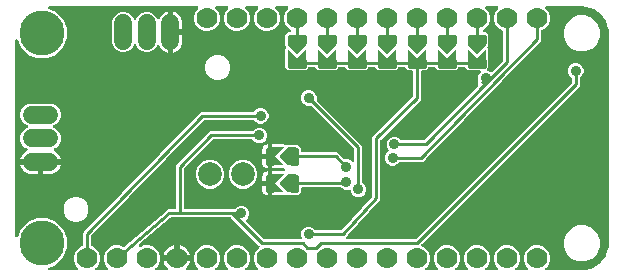
<source format=gbr>
G04 EAGLE Gerber RS-274X export*
G75*
%MOMM*%
%FSLAX34Y34*%
%LPD*%
%INBottom Copper*%
%IPPOS*%
%AMOC8*
5,1,8,0,0,1.08239X$1,22.5*%
G01*
%ADD10C,3.810000*%
%ADD11C,1.778000*%
%ADD12C,1.500000*%
%ADD13C,2.000000*%
%ADD14C,0.381000*%
%ADD15C,0.906400*%
%ADD16C,0.254000*%

G36*
X55285Y2558D02*
X55285Y2558D01*
X55424Y2571D01*
X55443Y2578D01*
X55464Y2581D01*
X55592Y2632D01*
X55724Y2679D01*
X55740Y2690D01*
X55759Y2698D01*
X55872Y2779D01*
X55987Y2857D01*
X56000Y2873D01*
X56017Y2884D01*
X56105Y2992D01*
X56197Y3096D01*
X56206Y3114D01*
X56219Y3129D01*
X56279Y3255D01*
X56342Y3379D01*
X56346Y3399D01*
X56355Y3417D01*
X56381Y3554D01*
X56411Y3689D01*
X56411Y3710D01*
X56415Y3729D01*
X56406Y3868D01*
X56402Y4007D01*
X56396Y4027D01*
X56395Y4047D01*
X56352Y4179D01*
X56313Y4313D01*
X56303Y4330D01*
X56297Y4349D01*
X56222Y4467D01*
X56152Y4587D01*
X56133Y4608D01*
X56127Y4618D01*
X56112Y4632D01*
X56045Y4707D01*
X54240Y6513D01*
X52577Y10527D01*
X52577Y14873D01*
X54240Y18887D01*
X57313Y21960D01*
X59414Y22830D01*
X59439Y22845D01*
X59467Y22854D01*
X59577Y22923D01*
X59690Y22988D01*
X59711Y23008D01*
X59736Y23024D01*
X59825Y23119D01*
X59918Y23209D01*
X59934Y23234D01*
X59954Y23256D01*
X60017Y23369D01*
X60085Y23480D01*
X60093Y23508D01*
X60108Y23534D01*
X60140Y23660D01*
X60178Y23784D01*
X60180Y23813D01*
X60187Y23842D01*
X60197Y24003D01*
X60197Y32991D01*
X60197Y32996D01*
X60197Y33007D01*
X60180Y34370D01*
X61144Y35335D01*
X61148Y35339D01*
X61156Y35347D01*
X157627Y134324D01*
X157682Y134396D01*
X157744Y134462D01*
X157759Y134490D01*
X158935Y135665D01*
X158938Y135670D01*
X158946Y135677D01*
X159897Y136653D01*
X161261Y136653D01*
X161266Y136653D01*
X161277Y136653D01*
X162945Y136674D01*
X162989Y136663D01*
X163109Y136655D01*
X163125Y136653D01*
X163133Y136654D01*
X163150Y136653D01*
X204313Y136653D01*
X204411Y136665D01*
X204510Y136668D01*
X204568Y136685D01*
X204629Y136693D01*
X204721Y136729D01*
X204816Y136757D01*
X204868Y136787D01*
X204924Y136810D01*
X205004Y136868D01*
X205090Y136918D01*
X205165Y136984D01*
X205182Y136996D01*
X205189Y137006D01*
X205211Y137024D01*
X207101Y138915D01*
X209514Y139915D01*
X212126Y139915D01*
X214539Y138915D01*
X216385Y137069D01*
X217385Y134656D01*
X217385Y132044D01*
X216385Y129631D01*
X214539Y127785D01*
X212126Y126785D01*
X209514Y126785D01*
X207101Y127785D01*
X205211Y129676D01*
X205132Y129736D01*
X205060Y129804D01*
X205007Y129833D01*
X204959Y129870D01*
X204868Y129910D01*
X204782Y129958D01*
X204723Y129973D01*
X204667Y129997D01*
X204569Y130012D01*
X204474Y130037D01*
X204374Y130043D01*
X204353Y130047D01*
X204341Y130045D01*
X204313Y130047D01*
X163218Y130047D01*
X163112Y130034D01*
X163005Y130029D01*
X162955Y130014D01*
X162903Y130007D01*
X162803Y129968D01*
X162701Y129937D01*
X162656Y129910D01*
X162607Y129890D01*
X162520Y129827D01*
X162429Y129772D01*
X162367Y129716D01*
X162350Y129704D01*
X162339Y129691D01*
X162309Y129664D01*
X67163Y32046D01*
X67108Y31974D01*
X67046Y31908D01*
X67013Y31847D01*
X66971Y31793D01*
X66936Y31709D01*
X66892Y31629D01*
X66875Y31563D01*
X66849Y31499D01*
X66836Y31409D01*
X66813Y31321D01*
X66805Y31200D01*
X66803Y31184D01*
X66804Y31177D01*
X66803Y31160D01*
X66803Y24003D01*
X66806Y23974D01*
X66804Y23944D01*
X66826Y23816D01*
X66843Y23687D01*
X66853Y23660D01*
X66858Y23631D01*
X66912Y23512D01*
X66960Y23392D01*
X66977Y23368D01*
X66989Y23341D01*
X67070Y23239D01*
X67146Y23134D01*
X67169Y23115D01*
X67188Y23092D01*
X67291Y23014D01*
X67391Y22931D01*
X67418Y22919D01*
X67442Y22901D01*
X67586Y22830D01*
X69687Y21960D01*
X72760Y18887D01*
X74423Y14873D01*
X74423Y10527D01*
X72760Y6513D01*
X70955Y4707D01*
X70869Y4598D01*
X70781Y4491D01*
X70772Y4472D01*
X70760Y4456D01*
X70704Y4328D01*
X70645Y4203D01*
X70641Y4183D01*
X70633Y4164D01*
X70611Y4026D01*
X70585Y3890D01*
X70587Y3870D01*
X70583Y3850D01*
X70596Y3711D01*
X70605Y3573D01*
X70611Y3554D01*
X70613Y3534D01*
X70660Y3402D01*
X70703Y3271D01*
X70714Y3253D01*
X70721Y3234D01*
X70799Y3119D01*
X70873Y3002D01*
X70888Y2988D01*
X70899Y2971D01*
X71004Y2879D01*
X71105Y2784D01*
X71123Y2774D01*
X71138Y2761D01*
X71262Y2697D01*
X71383Y2630D01*
X71403Y2625D01*
X71421Y2616D01*
X71557Y2586D01*
X71691Y2551D01*
X71719Y2549D01*
X71731Y2546D01*
X71752Y2547D01*
X71852Y2541D01*
X80548Y2541D01*
X80685Y2558D01*
X80824Y2571D01*
X80843Y2578D01*
X80864Y2581D01*
X80992Y2632D01*
X81124Y2679D01*
X81140Y2690D01*
X81159Y2698D01*
X81272Y2779D01*
X81387Y2857D01*
X81400Y2873D01*
X81417Y2884D01*
X81505Y2992D01*
X81597Y3096D01*
X81606Y3114D01*
X81619Y3129D01*
X81679Y3255D01*
X81742Y3379D01*
X81746Y3399D01*
X81755Y3417D01*
X81781Y3554D01*
X81811Y3689D01*
X81811Y3710D01*
X81815Y3729D01*
X81806Y3868D01*
X81802Y4007D01*
X81796Y4027D01*
X81795Y4047D01*
X81752Y4179D01*
X81713Y4313D01*
X81703Y4330D01*
X81697Y4349D01*
X81622Y4467D01*
X81552Y4587D01*
X81533Y4608D01*
X81527Y4618D01*
X81512Y4632D01*
X81445Y4707D01*
X79640Y6513D01*
X77977Y10527D01*
X77977Y14873D01*
X79640Y18887D01*
X82713Y21960D01*
X86727Y23623D01*
X91073Y23623D01*
X94058Y22386D01*
X94192Y22349D01*
X94326Y22308D01*
X94346Y22307D01*
X94364Y22302D01*
X94504Y22300D01*
X94644Y22294D01*
X94663Y22298D01*
X94682Y22297D01*
X94819Y22330D01*
X94955Y22358D01*
X94973Y22367D01*
X94992Y22371D01*
X95116Y22437D01*
X95241Y22498D01*
X95262Y22515D01*
X95273Y22520D01*
X95288Y22534D01*
X95369Y22595D01*
X131067Y53193D01*
X131082Y53209D01*
X131139Y53259D01*
X132045Y54166D01*
X132071Y54171D01*
X132140Y54206D01*
X133428Y54106D01*
X133450Y54108D01*
X133526Y54103D01*
X137668Y54103D01*
X137786Y54118D01*
X137905Y54125D01*
X137943Y54138D01*
X137984Y54143D01*
X138094Y54186D01*
X138207Y54223D01*
X138242Y54245D01*
X138279Y54260D01*
X138375Y54329D01*
X138476Y54393D01*
X138504Y54423D01*
X138537Y54446D01*
X138613Y54538D01*
X138694Y54625D01*
X138714Y54660D01*
X138739Y54691D01*
X138790Y54799D01*
X138848Y54903D01*
X138858Y54943D01*
X138875Y54979D01*
X138897Y55096D01*
X138927Y55211D01*
X138931Y55271D01*
X138935Y55291D01*
X138933Y55312D01*
X138937Y55372D01*
X138937Y91538D01*
X167542Y120143D01*
X203043Y120143D01*
X203141Y120155D01*
X203240Y120158D01*
X203299Y120175D01*
X203359Y120183D01*
X203451Y120219D01*
X203546Y120247D01*
X203598Y120277D01*
X203654Y120300D01*
X203734Y120358D01*
X203820Y120408D01*
X203895Y120474D01*
X203912Y120486D01*
X203919Y120496D01*
X203941Y120514D01*
X205831Y122405D01*
X208244Y123405D01*
X210856Y123405D01*
X213269Y122405D01*
X215115Y120559D01*
X216115Y118146D01*
X216115Y115534D01*
X215115Y113121D01*
X213269Y111275D01*
X210856Y110275D01*
X208244Y110275D01*
X205831Y111275D01*
X203941Y113166D01*
X203862Y113226D01*
X203790Y113294D01*
X203737Y113323D01*
X203689Y113360D01*
X203598Y113400D01*
X203512Y113448D01*
X203453Y113463D01*
X203397Y113487D01*
X203299Y113502D01*
X203204Y113527D01*
X203104Y113533D01*
X203083Y113537D01*
X203071Y113535D01*
X203043Y113537D01*
X170804Y113537D01*
X170706Y113525D01*
X170607Y113522D01*
X170548Y113505D01*
X170488Y113497D01*
X170396Y113461D01*
X170301Y113433D01*
X170249Y113403D01*
X170193Y113380D01*
X170113Y113322D01*
X170027Y113272D01*
X169952Y113206D01*
X169935Y113194D01*
X169927Y113184D01*
X169906Y113166D01*
X145914Y89174D01*
X145854Y89095D01*
X145786Y89023D01*
X145757Y88970D01*
X145720Y88922D01*
X145680Y88831D01*
X145632Y88745D01*
X145617Y88686D01*
X145593Y88631D01*
X145578Y88533D01*
X145553Y88437D01*
X145547Y88337D01*
X145543Y88316D01*
X145545Y88304D01*
X145543Y88276D01*
X145543Y55372D01*
X145558Y55254D01*
X145565Y55135D01*
X145578Y55097D01*
X145583Y55056D01*
X145626Y54946D01*
X145663Y54833D01*
X145685Y54798D01*
X145700Y54761D01*
X145769Y54665D01*
X145833Y54564D01*
X145863Y54536D01*
X145886Y54503D01*
X145978Y54427D01*
X146065Y54346D01*
X146100Y54326D01*
X146131Y54301D01*
X146239Y54250D01*
X146343Y54192D01*
X146383Y54182D01*
X146419Y54165D01*
X146536Y54143D01*
X146651Y54113D01*
X146711Y54109D01*
X146731Y54105D01*
X146752Y54107D01*
X146812Y54103D01*
X187803Y54103D01*
X187901Y54115D01*
X188000Y54118D01*
X188058Y54135D01*
X188119Y54143D01*
X188211Y54179D01*
X188306Y54207D01*
X188358Y54237D01*
X188414Y54260D01*
X188494Y54318D01*
X188580Y54368D01*
X188655Y54434D01*
X188672Y54446D01*
X188679Y54456D01*
X188701Y54474D01*
X190591Y56365D01*
X193004Y57365D01*
X195616Y57365D01*
X198029Y56365D01*
X199875Y54519D01*
X200875Y52106D01*
X200875Y49494D01*
X199875Y47081D01*
X198375Y45581D01*
X198302Y45487D01*
X198223Y45398D01*
X198205Y45362D01*
X198180Y45330D01*
X198133Y45220D01*
X198078Y45114D01*
X198070Y45075D01*
X198054Y45038D01*
X198035Y44920D01*
X198009Y44804D01*
X198010Y44764D01*
X198004Y44724D01*
X198015Y44605D01*
X198018Y44486D01*
X198030Y44447D01*
X198034Y44407D01*
X198074Y44295D01*
X198107Y44181D01*
X198127Y44146D01*
X198141Y44108D01*
X198208Y44009D01*
X198268Y43907D01*
X198308Y43862D01*
X198320Y43845D01*
X198335Y43831D01*
X198375Y43786D01*
X213086Y29074D01*
X213165Y29014D01*
X213237Y28946D01*
X213290Y28917D01*
X213338Y28880D01*
X213429Y28840D01*
X213515Y28792D01*
X213574Y28777D01*
X213629Y28753D01*
X213727Y28738D01*
X213823Y28713D01*
X213923Y28707D01*
X213944Y28703D01*
X213956Y28705D01*
X213984Y28703D01*
X244243Y28703D01*
X244292Y28709D01*
X244342Y28707D01*
X244449Y28729D01*
X244559Y28743D01*
X244605Y28761D01*
X244654Y28771D01*
X244752Y28819D01*
X244854Y28860D01*
X244895Y28889D01*
X244939Y28911D01*
X245023Y28982D01*
X245112Y29046D01*
X245143Y29085D01*
X245181Y29117D01*
X245244Y29207D01*
X245314Y29291D01*
X245336Y29336D01*
X245364Y29377D01*
X245403Y29480D01*
X245450Y29579D01*
X245459Y29628D01*
X245477Y29674D01*
X245489Y29784D01*
X245510Y29891D01*
X245507Y29941D01*
X245512Y29990D01*
X245497Y30099D01*
X245490Y30209D01*
X245475Y30256D01*
X245468Y30305D01*
X245416Y30458D01*
X244895Y31714D01*
X244895Y34326D01*
X245895Y36739D01*
X247741Y38585D01*
X250154Y39585D01*
X252766Y39585D01*
X255179Y38585D01*
X257069Y36694D01*
X257148Y36634D01*
X257220Y36566D01*
X257273Y36537D01*
X257321Y36500D01*
X257412Y36460D01*
X257498Y36412D01*
X257557Y36397D01*
X257613Y36373D01*
X257711Y36358D01*
X257806Y36333D01*
X257906Y36327D01*
X257927Y36323D01*
X257939Y36325D01*
X257967Y36323D01*
X278659Y36323D01*
X278784Y36339D01*
X278910Y36348D01*
X278942Y36358D01*
X278974Y36363D01*
X279092Y36409D01*
X279212Y36449D01*
X279239Y36467D01*
X279270Y36480D01*
X279372Y36554D01*
X279478Y36623D01*
X279513Y36656D01*
X279527Y36666D01*
X279541Y36683D01*
X279594Y36734D01*
X304974Y64421D01*
X305015Y64479D01*
X305064Y64531D01*
X305107Y64608D01*
X305157Y64680D01*
X305183Y64747D01*
X305218Y64810D01*
X305240Y64895D01*
X305271Y64977D01*
X305279Y65049D01*
X305297Y65118D01*
X305307Y65278D01*
X305307Y115668D01*
X339226Y149586D01*
X339286Y149665D01*
X339354Y149737D01*
X339383Y149790D01*
X339420Y149838D01*
X339460Y149929D01*
X339508Y150015D01*
X339523Y150074D01*
X339547Y150129D01*
X339562Y150227D01*
X339587Y150323D01*
X339593Y150423D01*
X339597Y150444D01*
X339595Y150456D01*
X339597Y150484D01*
X339597Y170688D01*
X339582Y170806D01*
X339575Y170925D01*
X339562Y170963D01*
X339557Y171004D01*
X339514Y171114D01*
X339477Y171227D01*
X339455Y171262D01*
X339440Y171299D01*
X339371Y171395D01*
X339307Y171496D01*
X339277Y171524D01*
X339254Y171557D01*
X339162Y171633D01*
X339075Y171714D01*
X339040Y171734D01*
X339009Y171759D01*
X338901Y171810D01*
X338797Y171868D01*
X338757Y171878D01*
X338721Y171895D01*
X338604Y171917D01*
X338489Y171947D01*
X338429Y171951D01*
X338409Y171955D01*
X338388Y171953D01*
X338328Y171957D01*
X335554Y171957D01*
X333386Y174126D01*
X333307Y174186D01*
X333235Y174254D01*
X333182Y174283D01*
X333134Y174320D01*
X333043Y174360D01*
X332957Y174408D01*
X332898Y174423D01*
X332843Y174447D01*
X332745Y174462D01*
X332649Y174487D01*
X332549Y174493D01*
X332528Y174497D01*
X332516Y174495D01*
X332488Y174497D01*
X327912Y174497D01*
X327814Y174485D01*
X327715Y174482D01*
X327656Y174465D01*
X327596Y174457D01*
X327504Y174421D01*
X327409Y174393D01*
X327357Y174363D01*
X327301Y174340D01*
X327221Y174282D01*
X327135Y174232D01*
X327060Y174166D01*
X327043Y174154D01*
X327035Y174144D01*
X327014Y174126D01*
X324846Y171957D01*
X310154Y171957D01*
X307986Y174126D01*
X307907Y174186D01*
X307835Y174254D01*
X307782Y174283D01*
X307734Y174320D01*
X307643Y174360D01*
X307557Y174408D01*
X307498Y174423D01*
X307443Y174447D01*
X307345Y174462D01*
X307249Y174487D01*
X307149Y174493D01*
X307128Y174497D01*
X307116Y174495D01*
X307088Y174497D01*
X302512Y174497D01*
X302414Y174485D01*
X302315Y174482D01*
X302256Y174465D01*
X302196Y174457D01*
X302104Y174421D01*
X302009Y174393D01*
X301957Y174363D01*
X301901Y174340D01*
X301820Y174282D01*
X301735Y174232D01*
X301660Y174166D01*
X301643Y174154D01*
X301635Y174144D01*
X301614Y174126D01*
X299446Y171957D01*
X284754Y171957D01*
X282586Y174126D01*
X282507Y174186D01*
X282435Y174254D01*
X282382Y174283D01*
X282334Y174320D01*
X282243Y174360D01*
X282157Y174408D01*
X282098Y174423D01*
X282043Y174447D01*
X281945Y174462D01*
X281849Y174487D01*
X281749Y174493D01*
X281728Y174497D01*
X281716Y174495D01*
X281688Y174497D01*
X277112Y174497D01*
X277014Y174485D01*
X276915Y174482D01*
X276856Y174465D01*
X276796Y174457D01*
X276704Y174421D01*
X276609Y174393D01*
X276557Y174363D01*
X276501Y174340D01*
X276421Y174282D01*
X276335Y174232D01*
X276260Y174166D01*
X276243Y174154D01*
X276235Y174144D01*
X276214Y174126D01*
X274046Y171957D01*
X259354Y171957D01*
X257186Y174126D01*
X257107Y174186D01*
X257035Y174254D01*
X256982Y174283D01*
X256934Y174320D01*
X256843Y174360D01*
X256757Y174408D01*
X256698Y174423D01*
X256643Y174447D01*
X256545Y174462D01*
X256449Y174487D01*
X256349Y174493D01*
X256328Y174497D01*
X256316Y174495D01*
X256288Y174497D01*
X251712Y174497D01*
X251614Y174485D01*
X251515Y174482D01*
X251456Y174465D01*
X251396Y174457D01*
X251304Y174421D01*
X251209Y174393D01*
X251157Y174363D01*
X251101Y174340D01*
X251021Y174282D01*
X250935Y174232D01*
X250860Y174166D01*
X250843Y174154D01*
X250835Y174144D01*
X250814Y174126D01*
X248646Y171957D01*
X233954Y171957D01*
X231647Y174264D01*
X231647Y189199D01*
X231646Y189206D01*
X231647Y189221D01*
X231631Y190161D01*
X232025Y190555D01*
X232098Y190649D01*
X232177Y190738D01*
X232195Y190774D01*
X232220Y190806D01*
X232267Y190916D01*
X232321Y191022D01*
X232330Y191061D01*
X232346Y191098D01*
X232365Y191216D01*
X232391Y191332D01*
X232390Y191372D01*
X232396Y191412D01*
X232385Y191531D01*
X232381Y191650D01*
X232370Y191689D01*
X232366Y191729D01*
X232326Y191841D01*
X232293Y191955D01*
X232272Y191990D01*
X232259Y192028D01*
X232192Y192127D01*
X232131Y192229D01*
X232092Y192274D01*
X232080Y192291D01*
X232065Y192305D01*
X232025Y192350D01*
X231647Y192728D01*
X231647Y201656D01*
X233954Y203963D01*
X235196Y203963D01*
X235265Y203971D01*
X235335Y203970D01*
X235422Y203991D01*
X235511Y204003D01*
X235576Y204028D01*
X235644Y204045D01*
X235724Y204087D01*
X235807Y204120D01*
X235863Y204161D01*
X235925Y204193D01*
X235992Y204254D01*
X236064Y204306D01*
X236109Y204360D01*
X236161Y204407D01*
X236210Y204482D01*
X236267Y204551D01*
X236297Y204614D01*
X236335Y204673D01*
X236364Y204758D01*
X236403Y204839D01*
X236416Y204908D01*
X236438Y204974D01*
X236446Y205063D01*
X236462Y205151D01*
X236458Y205221D01*
X236464Y205291D01*
X236448Y205379D01*
X236443Y205469D01*
X236421Y205535D01*
X236409Y205604D01*
X236372Y205686D01*
X236345Y205771D01*
X236307Y205830D01*
X236279Y205894D01*
X236223Y205964D01*
X236175Y206040D01*
X236124Y206088D01*
X236080Y206142D01*
X236008Y206196D01*
X235943Y206258D01*
X235882Y206292D01*
X235826Y206334D01*
X235681Y206405D01*
X235113Y206640D01*
X232040Y209713D01*
X230377Y213727D01*
X230377Y218073D01*
X232040Y222087D01*
X233845Y223893D01*
X233931Y224002D01*
X234019Y224109D01*
X234028Y224128D01*
X234040Y224144D01*
X234096Y224272D01*
X234155Y224397D01*
X234159Y224417D01*
X234167Y224436D01*
X234189Y224574D01*
X234215Y224710D01*
X234213Y224730D01*
X234217Y224750D01*
X234204Y224889D01*
X234195Y225027D01*
X234189Y225046D01*
X234187Y225066D01*
X234140Y225198D01*
X234097Y225329D01*
X234086Y225347D01*
X234079Y225366D01*
X234001Y225481D01*
X233927Y225598D01*
X233912Y225612D01*
X233901Y225629D01*
X233796Y225721D01*
X233695Y225816D01*
X233677Y225826D01*
X233662Y225839D01*
X233538Y225903D01*
X233417Y225970D01*
X233397Y225975D01*
X233379Y225984D01*
X233243Y226014D01*
X233109Y226049D01*
X233081Y226051D01*
X233069Y226054D01*
X233048Y226053D01*
X232948Y226059D01*
X224252Y226059D01*
X224115Y226042D01*
X223976Y226029D01*
X223957Y226022D01*
X223936Y226019D01*
X223808Y225968D01*
X223676Y225921D01*
X223660Y225910D01*
X223641Y225902D01*
X223528Y225821D01*
X223413Y225743D01*
X223400Y225727D01*
X223383Y225716D01*
X223295Y225608D01*
X223203Y225504D01*
X223194Y225486D01*
X223181Y225471D01*
X223121Y225345D01*
X223058Y225221D01*
X223054Y225201D01*
X223045Y225183D01*
X223019Y225046D01*
X222989Y224911D01*
X222989Y224890D01*
X222985Y224871D01*
X222994Y224732D01*
X222998Y224593D01*
X223004Y224573D01*
X223005Y224553D01*
X223048Y224421D01*
X223087Y224287D01*
X223097Y224270D01*
X223103Y224251D01*
X223178Y224133D01*
X223248Y224013D01*
X223267Y223992D01*
X223273Y223982D01*
X223288Y223968D01*
X223355Y223893D01*
X225160Y222087D01*
X226823Y218073D01*
X226823Y213727D01*
X225160Y209713D01*
X222087Y206640D01*
X218073Y204977D01*
X213727Y204977D01*
X209713Y206640D01*
X206640Y209713D01*
X204977Y213727D01*
X204977Y218073D01*
X206640Y222087D01*
X208445Y223893D01*
X208531Y224002D01*
X208619Y224109D01*
X208628Y224128D01*
X208640Y224144D01*
X208696Y224272D01*
X208755Y224397D01*
X208759Y224417D01*
X208767Y224436D01*
X208789Y224574D01*
X208815Y224710D01*
X208813Y224730D01*
X208817Y224750D01*
X208804Y224889D01*
X208795Y225027D01*
X208789Y225046D01*
X208787Y225066D01*
X208740Y225198D01*
X208697Y225329D01*
X208686Y225347D01*
X208679Y225366D01*
X208601Y225481D01*
X208527Y225598D01*
X208512Y225612D01*
X208501Y225629D01*
X208396Y225721D01*
X208295Y225816D01*
X208277Y225826D01*
X208262Y225839D01*
X208138Y225903D01*
X208017Y225970D01*
X207997Y225975D01*
X207979Y225984D01*
X207843Y226014D01*
X207709Y226049D01*
X207681Y226051D01*
X207669Y226054D01*
X207648Y226053D01*
X207548Y226059D01*
X198852Y226059D01*
X198715Y226042D01*
X198576Y226029D01*
X198557Y226022D01*
X198536Y226019D01*
X198408Y225968D01*
X198276Y225921D01*
X198260Y225910D01*
X198241Y225902D01*
X198128Y225821D01*
X198013Y225743D01*
X198000Y225727D01*
X197983Y225716D01*
X197895Y225608D01*
X197803Y225504D01*
X197794Y225486D01*
X197781Y225471D01*
X197721Y225345D01*
X197658Y225221D01*
X197654Y225201D01*
X197645Y225183D01*
X197619Y225046D01*
X197589Y224911D01*
X197589Y224890D01*
X197585Y224871D01*
X197594Y224732D01*
X197598Y224593D01*
X197604Y224573D01*
X197605Y224553D01*
X197648Y224421D01*
X197687Y224287D01*
X197697Y224270D01*
X197703Y224251D01*
X197778Y224133D01*
X197848Y224013D01*
X197867Y223992D01*
X197873Y223982D01*
X197888Y223968D01*
X197955Y223893D01*
X199760Y222087D01*
X201423Y218073D01*
X201423Y213727D01*
X199760Y209713D01*
X196687Y206640D01*
X192673Y204977D01*
X188327Y204977D01*
X184313Y206640D01*
X181240Y209713D01*
X179577Y213727D01*
X179577Y218073D01*
X181240Y222087D01*
X183045Y223893D01*
X183131Y224002D01*
X183219Y224109D01*
X183228Y224128D01*
X183240Y224144D01*
X183296Y224272D01*
X183355Y224397D01*
X183359Y224417D01*
X183367Y224436D01*
X183389Y224574D01*
X183415Y224710D01*
X183413Y224730D01*
X183417Y224750D01*
X183404Y224889D01*
X183395Y225027D01*
X183389Y225046D01*
X183387Y225066D01*
X183340Y225198D01*
X183297Y225329D01*
X183286Y225347D01*
X183279Y225366D01*
X183201Y225481D01*
X183127Y225598D01*
X183112Y225612D01*
X183101Y225629D01*
X182996Y225721D01*
X182895Y225816D01*
X182877Y225826D01*
X182862Y225839D01*
X182738Y225903D01*
X182617Y225970D01*
X182597Y225975D01*
X182579Y225984D01*
X182443Y226014D01*
X182309Y226049D01*
X182281Y226051D01*
X182269Y226054D01*
X182248Y226053D01*
X182148Y226059D01*
X173452Y226059D01*
X173315Y226042D01*
X173176Y226029D01*
X173157Y226022D01*
X173136Y226019D01*
X173008Y225968D01*
X172876Y225921D01*
X172860Y225910D01*
X172841Y225902D01*
X172728Y225821D01*
X172613Y225743D01*
X172600Y225727D01*
X172583Y225716D01*
X172495Y225608D01*
X172403Y225504D01*
X172394Y225486D01*
X172381Y225471D01*
X172321Y225345D01*
X172258Y225221D01*
X172254Y225201D01*
X172245Y225183D01*
X172219Y225046D01*
X172189Y224911D01*
X172189Y224890D01*
X172185Y224871D01*
X172194Y224732D01*
X172198Y224593D01*
X172204Y224573D01*
X172205Y224553D01*
X172248Y224421D01*
X172287Y224287D01*
X172297Y224270D01*
X172303Y224251D01*
X172378Y224133D01*
X172448Y224013D01*
X172467Y223992D01*
X172473Y223982D01*
X172488Y223968D01*
X172555Y223893D01*
X174360Y222087D01*
X176023Y218073D01*
X176023Y213727D01*
X174360Y209713D01*
X171287Y206640D01*
X167273Y204977D01*
X162927Y204977D01*
X158913Y206640D01*
X155840Y209713D01*
X154177Y213727D01*
X154177Y218073D01*
X155840Y222087D01*
X157645Y223893D01*
X157731Y224002D01*
X157819Y224109D01*
X157828Y224128D01*
X157840Y224144D01*
X157896Y224272D01*
X157955Y224397D01*
X157959Y224417D01*
X157967Y224436D01*
X157989Y224574D01*
X158015Y224710D01*
X158013Y224730D01*
X158017Y224750D01*
X158004Y224889D01*
X157995Y225027D01*
X157989Y225046D01*
X157987Y225066D01*
X157940Y225198D01*
X157897Y225329D01*
X157886Y225347D01*
X157879Y225366D01*
X157801Y225481D01*
X157727Y225598D01*
X157712Y225612D01*
X157701Y225629D01*
X157596Y225721D01*
X157495Y225816D01*
X157477Y225826D01*
X157462Y225839D01*
X157338Y225903D01*
X157217Y225970D01*
X157197Y225975D01*
X157179Y225984D01*
X157043Y226014D01*
X156909Y226049D01*
X156881Y226051D01*
X156869Y226054D01*
X156848Y226053D01*
X156748Y226059D01*
X31686Y226059D01*
X31616Y226051D01*
X31547Y226052D01*
X31459Y226031D01*
X31370Y226019D01*
X31305Y225994D01*
X31237Y225977D01*
X31158Y225935D01*
X31074Y225902D01*
X31018Y225861D01*
X30956Y225829D01*
X30890Y225768D01*
X30817Y225716D01*
X30772Y225662D01*
X30721Y225615D01*
X30672Y225540D01*
X30614Y225471D01*
X30584Y225407D01*
X30546Y225349D01*
X30517Y225264D01*
X30479Y225183D01*
X30466Y225114D01*
X30443Y225048D01*
X30436Y224959D01*
X30419Y224871D01*
X30423Y224801D01*
X30418Y224731D01*
X30433Y224643D01*
X30439Y224553D01*
X30460Y224487D01*
X30472Y224418D01*
X30509Y224336D01*
X30537Y224251D01*
X30574Y224192D01*
X30603Y224128D01*
X30659Y224058D01*
X30707Y223982D01*
X30758Y223934D01*
X30801Y223880D01*
X30873Y223825D01*
X30938Y223764D01*
X31000Y223730D01*
X31055Y223688D01*
X31200Y223617D01*
X37342Y221073D01*
X43273Y215142D01*
X46483Y207394D01*
X46483Y199006D01*
X43273Y191258D01*
X37342Y185327D01*
X29594Y182117D01*
X21206Y182117D01*
X13458Y185327D01*
X7527Y191258D01*
X4983Y197400D01*
X4948Y197461D01*
X4922Y197526D01*
X4870Y197598D01*
X4825Y197676D01*
X4777Y197726D01*
X4736Y197783D01*
X4666Y197840D01*
X4604Y197905D01*
X4544Y197941D01*
X4491Y197986D01*
X4409Y198024D01*
X4333Y198071D01*
X4266Y198092D01*
X4203Y198121D01*
X4115Y198138D01*
X4029Y198165D01*
X3959Y198168D01*
X3890Y198181D01*
X3801Y198175D01*
X3711Y198180D01*
X3643Y198166D01*
X3573Y198161D01*
X3488Y198134D01*
X3400Y198115D01*
X3337Y198085D01*
X3271Y198063D01*
X3195Y198015D01*
X3114Y197976D01*
X3061Y197930D01*
X3002Y197893D01*
X2940Y197828D01*
X2872Y197769D01*
X2832Y197712D01*
X2784Y197662D01*
X2741Y197583D01*
X2689Y197509D01*
X2664Y197444D01*
X2630Y197383D01*
X2608Y197296D01*
X2576Y197212D01*
X2568Y197143D01*
X2551Y197075D01*
X2541Y196914D01*
X2541Y31686D01*
X2549Y31616D01*
X2548Y31547D01*
X2569Y31459D01*
X2581Y31370D01*
X2606Y31305D01*
X2623Y31237D01*
X2665Y31158D01*
X2698Y31074D01*
X2739Y31018D01*
X2771Y30956D01*
X2832Y30890D01*
X2884Y30817D01*
X2938Y30773D01*
X2985Y30721D01*
X3060Y30672D01*
X3129Y30614D01*
X3193Y30585D01*
X3251Y30546D01*
X3336Y30517D01*
X3417Y30479D01*
X3486Y30466D01*
X3552Y30443D01*
X3641Y30436D01*
X3729Y30419D01*
X3799Y30423D01*
X3869Y30418D01*
X3957Y30433D01*
X4047Y30439D01*
X4113Y30460D01*
X4182Y30472D01*
X4264Y30509D01*
X4349Y30537D01*
X4408Y30574D01*
X4472Y30603D01*
X4542Y30659D01*
X4618Y30707D01*
X4666Y30758D01*
X4720Y30801D01*
X4775Y30873D01*
X4836Y30938D01*
X4870Y31000D01*
X4912Y31055D01*
X4983Y31200D01*
X7527Y37342D01*
X13458Y43273D01*
X21206Y46483D01*
X29594Y46483D01*
X37342Y43273D01*
X43273Y37342D01*
X46483Y29594D01*
X46483Y21206D01*
X43273Y13458D01*
X37342Y7527D01*
X31200Y4983D01*
X31139Y4948D01*
X31074Y4922D01*
X31002Y4870D01*
X30924Y4825D01*
X30874Y4777D01*
X30817Y4736D01*
X30760Y4666D01*
X30695Y4604D01*
X30659Y4544D01*
X30614Y4491D01*
X30576Y4409D01*
X30529Y4333D01*
X30508Y4266D01*
X30479Y4203D01*
X30462Y4115D01*
X30435Y4029D01*
X30432Y3959D01*
X30419Y3890D01*
X30425Y3801D01*
X30420Y3711D01*
X30434Y3643D01*
X30439Y3573D01*
X30466Y3488D01*
X30485Y3400D01*
X30515Y3337D01*
X30537Y3271D01*
X30585Y3195D01*
X30624Y3114D01*
X30670Y3061D01*
X30707Y3002D01*
X30772Y2940D01*
X30831Y2872D01*
X30888Y2832D01*
X30938Y2784D01*
X31017Y2741D01*
X31091Y2689D01*
X31156Y2664D01*
X31217Y2630D01*
X31304Y2608D01*
X31388Y2576D01*
X31457Y2568D01*
X31525Y2551D01*
X31686Y2541D01*
X55148Y2541D01*
X55285Y2558D01*
G37*
G36*
X360085Y2558D02*
X360085Y2558D01*
X360224Y2571D01*
X360243Y2578D01*
X360264Y2581D01*
X360392Y2632D01*
X360524Y2679D01*
X360540Y2690D01*
X360559Y2698D01*
X360672Y2779D01*
X360787Y2857D01*
X360800Y2873D01*
X360817Y2884D01*
X360905Y2992D01*
X360997Y3096D01*
X361006Y3114D01*
X361019Y3129D01*
X361079Y3255D01*
X361142Y3379D01*
X361146Y3399D01*
X361155Y3417D01*
X361181Y3554D01*
X361211Y3689D01*
X361211Y3710D01*
X361215Y3729D01*
X361206Y3868D01*
X361202Y4007D01*
X361196Y4027D01*
X361195Y4047D01*
X361152Y4179D01*
X361113Y4313D01*
X361103Y4330D01*
X361097Y4349D01*
X361022Y4467D01*
X360952Y4587D01*
X360933Y4608D01*
X360927Y4618D01*
X360912Y4632D01*
X360845Y4707D01*
X359040Y6513D01*
X357377Y10527D01*
X357377Y14873D01*
X359040Y18887D01*
X362113Y21960D01*
X366127Y23623D01*
X370473Y23623D01*
X374487Y21960D01*
X377560Y18887D01*
X379223Y14873D01*
X379223Y10527D01*
X377560Y6513D01*
X375755Y4707D01*
X375669Y4598D01*
X375581Y4491D01*
X375572Y4472D01*
X375560Y4456D01*
X375504Y4328D01*
X375445Y4203D01*
X375441Y4183D01*
X375433Y4164D01*
X375411Y4026D01*
X375385Y3890D01*
X375387Y3870D01*
X375383Y3850D01*
X375396Y3711D01*
X375405Y3573D01*
X375411Y3554D01*
X375413Y3534D01*
X375460Y3402D01*
X375503Y3271D01*
X375514Y3253D01*
X375521Y3234D01*
X375599Y3119D01*
X375673Y3002D01*
X375688Y2988D01*
X375699Y2971D01*
X375804Y2879D01*
X375905Y2784D01*
X375923Y2774D01*
X375938Y2761D01*
X376062Y2697D01*
X376183Y2630D01*
X376203Y2625D01*
X376221Y2616D01*
X376357Y2586D01*
X376491Y2551D01*
X376519Y2549D01*
X376531Y2546D01*
X376552Y2547D01*
X376652Y2541D01*
X385348Y2541D01*
X385485Y2558D01*
X385624Y2571D01*
X385643Y2578D01*
X385664Y2581D01*
X385792Y2632D01*
X385924Y2679D01*
X385940Y2690D01*
X385959Y2698D01*
X386072Y2779D01*
X386187Y2857D01*
X386200Y2873D01*
X386217Y2884D01*
X386305Y2992D01*
X386397Y3096D01*
X386406Y3114D01*
X386419Y3129D01*
X386479Y3255D01*
X386542Y3379D01*
X386546Y3399D01*
X386555Y3417D01*
X386581Y3554D01*
X386611Y3689D01*
X386611Y3710D01*
X386615Y3729D01*
X386606Y3868D01*
X386602Y4007D01*
X386596Y4027D01*
X386595Y4047D01*
X386552Y4179D01*
X386513Y4313D01*
X386503Y4330D01*
X386497Y4349D01*
X386422Y4467D01*
X386352Y4587D01*
X386333Y4608D01*
X386327Y4618D01*
X386312Y4632D01*
X386245Y4707D01*
X384440Y6513D01*
X382777Y10527D01*
X382777Y14873D01*
X384440Y18887D01*
X387513Y21960D01*
X391527Y23623D01*
X395873Y23623D01*
X399887Y21960D01*
X402960Y18887D01*
X404623Y14873D01*
X404623Y10527D01*
X402960Y6513D01*
X401155Y4707D01*
X401069Y4598D01*
X400981Y4491D01*
X400972Y4472D01*
X400960Y4456D01*
X400904Y4328D01*
X400845Y4203D01*
X400841Y4183D01*
X400833Y4164D01*
X400811Y4026D01*
X400785Y3890D01*
X400787Y3870D01*
X400783Y3850D01*
X400796Y3711D01*
X400805Y3573D01*
X400811Y3554D01*
X400813Y3534D01*
X400860Y3402D01*
X400903Y3271D01*
X400914Y3253D01*
X400921Y3234D01*
X400999Y3119D01*
X401073Y3002D01*
X401088Y2988D01*
X401099Y2971D01*
X401204Y2879D01*
X401305Y2784D01*
X401323Y2774D01*
X401338Y2761D01*
X401462Y2697D01*
X401583Y2630D01*
X401603Y2625D01*
X401621Y2616D01*
X401757Y2586D01*
X401891Y2551D01*
X401919Y2549D01*
X401931Y2546D01*
X401952Y2547D01*
X402052Y2541D01*
X410748Y2541D01*
X410885Y2558D01*
X411024Y2571D01*
X411043Y2578D01*
X411064Y2581D01*
X411192Y2632D01*
X411324Y2679D01*
X411340Y2690D01*
X411359Y2698D01*
X411472Y2779D01*
X411587Y2857D01*
X411600Y2873D01*
X411617Y2884D01*
X411705Y2992D01*
X411797Y3096D01*
X411806Y3114D01*
X411819Y3129D01*
X411879Y3255D01*
X411942Y3379D01*
X411946Y3399D01*
X411955Y3417D01*
X411981Y3554D01*
X412011Y3689D01*
X412011Y3710D01*
X412015Y3729D01*
X412006Y3868D01*
X412002Y4007D01*
X411996Y4027D01*
X411995Y4047D01*
X411952Y4179D01*
X411913Y4313D01*
X411903Y4330D01*
X411897Y4349D01*
X411822Y4467D01*
X411752Y4587D01*
X411733Y4608D01*
X411727Y4618D01*
X411712Y4632D01*
X411645Y4707D01*
X409840Y6513D01*
X408177Y10527D01*
X408177Y14873D01*
X409840Y18887D01*
X412913Y21960D01*
X416927Y23623D01*
X421273Y23623D01*
X425287Y21960D01*
X428360Y18887D01*
X430023Y14873D01*
X430023Y10527D01*
X428360Y6513D01*
X426555Y4707D01*
X426469Y4598D01*
X426381Y4491D01*
X426372Y4472D01*
X426360Y4456D01*
X426304Y4328D01*
X426245Y4203D01*
X426241Y4183D01*
X426233Y4164D01*
X426211Y4026D01*
X426185Y3890D01*
X426187Y3870D01*
X426183Y3850D01*
X426196Y3711D01*
X426205Y3573D01*
X426211Y3554D01*
X426213Y3534D01*
X426260Y3402D01*
X426303Y3271D01*
X426314Y3253D01*
X426321Y3234D01*
X426399Y3119D01*
X426473Y3002D01*
X426488Y2988D01*
X426499Y2971D01*
X426604Y2879D01*
X426705Y2784D01*
X426723Y2774D01*
X426738Y2761D01*
X426862Y2697D01*
X426983Y2630D01*
X427003Y2625D01*
X427021Y2616D01*
X427157Y2586D01*
X427291Y2551D01*
X427319Y2549D01*
X427331Y2546D01*
X427352Y2547D01*
X427452Y2541D01*
X436148Y2541D01*
X436285Y2558D01*
X436424Y2571D01*
X436443Y2578D01*
X436464Y2581D01*
X436592Y2632D01*
X436724Y2679D01*
X436740Y2690D01*
X436759Y2698D01*
X436872Y2779D01*
X436987Y2857D01*
X437000Y2873D01*
X437017Y2884D01*
X437105Y2992D01*
X437197Y3096D01*
X437206Y3114D01*
X437219Y3129D01*
X437279Y3255D01*
X437342Y3379D01*
X437346Y3399D01*
X437355Y3417D01*
X437381Y3554D01*
X437411Y3689D01*
X437411Y3710D01*
X437415Y3729D01*
X437406Y3868D01*
X437402Y4007D01*
X437396Y4027D01*
X437395Y4047D01*
X437352Y4179D01*
X437313Y4313D01*
X437303Y4330D01*
X437297Y4349D01*
X437222Y4467D01*
X437152Y4587D01*
X437133Y4608D01*
X437127Y4618D01*
X437112Y4632D01*
X437045Y4707D01*
X435240Y6513D01*
X433577Y10527D01*
X433577Y14873D01*
X435240Y18887D01*
X438313Y21960D01*
X442327Y23623D01*
X446673Y23623D01*
X450687Y21960D01*
X453760Y18887D01*
X455423Y14873D01*
X455423Y10527D01*
X453760Y6513D01*
X451955Y4707D01*
X451869Y4598D01*
X451781Y4491D01*
X451772Y4472D01*
X451760Y4456D01*
X451704Y4328D01*
X451645Y4203D01*
X451641Y4183D01*
X451633Y4164D01*
X451611Y4026D01*
X451585Y3890D01*
X451587Y3870D01*
X451583Y3850D01*
X451596Y3711D01*
X451605Y3573D01*
X451611Y3554D01*
X451613Y3534D01*
X451660Y3402D01*
X451703Y3271D01*
X451714Y3253D01*
X451721Y3234D01*
X451799Y3119D01*
X451873Y3002D01*
X451888Y2988D01*
X451899Y2971D01*
X452004Y2879D01*
X452105Y2784D01*
X452123Y2774D01*
X452138Y2761D01*
X452262Y2697D01*
X452383Y2630D01*
X452403Y2625D01*
X452421Y2616D01*
X452557Y2586D01*
X452691Y2551D01*
X452719Y2549D01*
X452731Y2546D01*
X452752Y2547D01*
X452852Y2541D01*
X482600Y2541D01*
X482622Y2543D01*
X482700Y2545D01*
X486077Y2810D01*
X486145Y2824D01*
X486214Y2829D01*
X486370Y2869D01*
X492794Y4956D01*
X492901Y5006D01*
X493012Y5050D01*
X493063Y5083D01*
X493082Y5091D01*
X493097Y5104D01*
X493148Y5136D01*
X498612Y9107D01*
X498699Y9188D01*
X498746Y9227D01*
X498752Y9231D01*
X498753Y9232D01*
X498791Y9264D01*
X498829Y9310D01*
X498844Y9324D01*
X498855Y9342D01*
X498893Y9388D01*
X502864Y14852D01*
X502921Y14956D01*
X502985Y15056D01*
X503007Y15113D01*
X503017Y15131D01*
X503022Y15151D01*
X503044Y15206D01*
X505131Y21630D01*
X505144Y21698D01*
X505167Y21764D01*
X505190Y21923D01*
X505455Y25300D01*
X505455Y25304D01*
X505456Y25307D01*
X505455Y25326D01*
X505459Y25400D01*
X505459Y203200D01*
X505457Y203222D01*
X505455Y203300D01*
X505190Y206677D01*
X505176Y206745D01*
X505171Y206814D01*
X505131Y206970D01*
X503044Y213394D01*
X502994Y213501D01*
X502950Y213612D01*
X502917Y213663D01*
X502909Y213682D01*
X502896Y213697D01*
X502864Y213748D01*
X498893Y219212D01*
X498812Y219299D01*
X498736Y219391D01*
X498690Y219429D01*
X498676Y219444D01*
X498658Y219455D01*
X498612Y219493D01*
X493148Y223464D01*
X493044Y223521D01*
X492944Y223585D01*
X492887Y223607D01*
X492869Y223617D01*
X492849Y223622D01*
X492794Y223644D01*
X486370Y225731D01*
X486302Y225744D01*
X486236Y225767D01*
X486077Y225790D01*
X482700Y226055D01*
X482678Y226054D01*
X482600Y226059D01*
X452852Y226059D01*
X452715Y226042D01*
X452576Y226029D01*
X452557Y226022D01*
X452536Y226019D01*
X452408Y225968D01*
X452276Y225921D01*
X452260Y225910D01*
X452241Y225902D01*
X452128Y225821D01*
X452013Y225743D01*
X452000Y225727D01*
X451983Y225716D01*
X451895Y225608D01*
X451803Y225504D01*
X451794Y225486D01*
X451781Y225471D01*
X451721Y225345D01*
X451658Y225221D01*
X451654Y225201D01*
X451645Y225183D01*
X451619Y225046D01*
X451589Y224911D01*
X451589Y224890D01*
X451585Y224871D01*
X451594Y224732D01*
X451598Y224593D01*
X451604Y224573D01*
X451605Y224553D01*
X451648Y224421D01*
X451687Y224287D01*
X451697Y224270D01*
X451703Y224251D01*
X451778Y224133D01*
X451848Y224013D01*
X451867Y223992D01*
X451873Y223982D01*
X451888Y223968D01*
X451955Y223893D01*
X453760Y222087D01*
X455423Y218073D01*
X455423Y213727D01*
X453760Y209713D01*
X450687Y206640D01*
X448586Y205770D01*
X448561Y205755D01*
X448533Y205746D01*
X448423Y205677D01*
X448310Y205612D01*
X448289Y205592D01*
X448264Y205576D01*
X448175Y205481D01*
X448082Y205391D01*
X448066Y205366D01*
X448046Y205344D01*
X447983Y205231D01*
X447915Y205120D01*
X447907Y205092D01*
X447892Y205066D01*
X447860Y204940D01*
X447822Y204816D01*
X447820Y204787D01*
X447813Y204758D01*
X447803Y204597D01*
X447803Y198149D01*
X447803Y198144D01*
X447803Y198133D01*
X447820Y196770D01*
X446856Y195805D01*
X446852Y195801D01*
X446844Y195793D01*
X350373Y96816D01*
X350318Y96744D01*
X350256Y96678D01*
X350241Y96650D01*
X349065Y95475D01*
X349062Y95470D01*
X349054Y95463D01*
X348103Y94487D01*
X346739Y94487D01*
X346734Y94487D01*
X346723Y94487D01*
X345055Y94466D01*
X345011Y94477D01*
X344891Y94485D01*
X344875Y94487D01*
X344867Y94486D01*
X344850Y94487D01*
X329087Y94487D01*
X328989Y94475D01*
X328890Y94472D01*
X328832Y94455D01*
X328771Y94447D01*
X328679Y94411D01*
X328584Y94383D01*
X328532Y94353D01*
X328476Y94330D01*
X328396Y94272D01*
X328310Y94222D01*
X328235Y94156D01*
X328218Y94144D01*
X328211Y94134D01*
X328189Y94116D01*
X326299Y92225D01*
X323886Y91225D01*
X321274Y91225D01*
X318861Y92225D01*
X317015Y94071D01*
X316015Y96484D01*
X316015Y99096D01*
X317015Y101509D01*
X318749Y103242D01*
X318822Y103337D01*
X318900Y103426D01*
X318919Y103462D01*
X318944Y103494D01*
X318991Y103603D01*
X319045Y103709D01*
X319054Y103748D01*
X319070Y103786D01*
X319089Y103903D01*
X319115Y104019D01*
X319113Y104060D01*
X319120Y104100D01*
X319109Y104218D01*
X319105Y104337D01*
X319094Y104376D01*
X319090Y104416D01*
X319050Y104529D01*
X319017Y104643D01*
X318996Y104677D01*
X318982Y104716D01*
X318915Y104814D01*
X318855Y104917D01*
X318815Y104962D01*
X318804Y104979D01*
X318788Y104992D01*
X318749Y105037D01*
X318285Y105501D01*
X317285Y107914D01*
X317285Y110526D01*
X318285Y112939D01*
X320131Y114785D01*
X322544Y115785D01*
X325156Y115785D01*
X327569Y114785D01*
X329459Y112894D01*
X329538Y112834D01*
X329610Y112766D01*
X329663Y112737D01*
X329711Y112700D01*
X329802Y112660D01*
X329888Y112612D01*
X329947Y112597D01*
X330003Y112573D01*
X330101Y112558D01*
X330196Y112533D01*
X330296Y112527D01*
X330317Y112523D01*
X330329Y112525D01*
X330357Y112523D01*
X348602Y112523D01*
X348706Y112536D01*
X348810Y112540D01*
X348863Y112556D01*
X348917Y112563D01*
X349015Y112601D01*
X349115Y112631D01*
X349162Y112659D01*
X349213Y112680D01*
X349298Y112741D01*
X349387Y112795D01*
X349453Y112854D01*
X349470Y112866D01*
X349480Y112878D01*
X349507Y112903D01*
X394681Y158913D01*
X394752Y159007D01*
X394830Y159096D01*
X394849Y159133D01*
X394874Y159166D01*
X394920Y159275D01*
X394972Y159380D01*
X394981Y159421D01*
X394997Y159459D01*
X395015Y159576D01*
X395040Y159691D01*
X395041Y159753D01*
X395044Y159774D01*
X395042Y159794D01*
X395044Y159852D01*
X395043Y159880D01*
X395030Y159953D01*
X395028Y160028D01*
X395012Y160081D01*
X395012Y160090D01*
X395004Y160110D01*
X394990Y160194D01*
X394969Y160242D01*
X394969Y161707D01*
X394967Y161722D01*
X394968Y161758D01*
X394910Y163217D01*
X394886Y163358D01*
X394866Y163500D01*
X394859Y163521D01*
X394857Y163531D01*
X394850Y163548D01*
X394814Y163653D01*
X394755Y163794D01*
X394755Y166406D01*
X395755Y168819D01*
X396727Y169791D01*
X396811Y169900D01*
X396900Y170007D01*
X396909Y170026D01*
X396922Y170042D01*
X396977Y170169D01*
X397036Y170295D01*
X397040Y170315D01*
X397048Y170334D01*
X397070Y170472D01*
X397096Y170608D01*
X397095Y170628D01*
X397098Y170648D01*
X397085Y170787D01*
X397076Y170925D01*
X397070Y170944D01*
X397068Y170964D01*
X397021Y171096D01*
X396978Y171227D01*
X396967Y171245D01*
X396960Y171264D01*
X396882Y171379D01*
X396808Y171496D01*
X396793Y171510D01*
X396782Y171527D01*
X396678Y171619D01*
X396576Y171714D01*
X396558Y171724D01*
X396543Y171737D01*
X396420Y171800D01*
X396298Y171868D01*
X396278Y171873D01*
X396260Y171882D01*
X396124Y171912D01*
X395990Y171947D01*
X395962Y171949D01*
X395950Y171952D01*
X395929Y171951D01*
X395829Y171957D01*
X386354Y171957D01*
X384186Y174126D01*
X384107Y174186D01*
X384035Y174254D01*
X383982Y174283D01*
X383934Y174320D01*
X383843Y174360D01*
X383757Y174408D01*
X383698Y174423D01*
X383643Y174447D01*
X383545Y174462D01*
X383449Y174487D01*
X383349Y174493D01*
X383328Y174497D01*
X383316Y174495D01*
X383288Y174497D01*
X378712Y174497D01*
X378614Y174485D01*
X378515Y174482D01*
X378456Y174465D01*
X378396Y174457D01*
X378304Y174421D01*
X378209Y174393D01*
X378157Y174363D01*
X378101Y174340D01*
X378020Y174282D01*
X377935Y174232D01*
X377860Y174166D01*
X377843Y174154D01*
X377835Y174144D01*
X377814Y174126D01*
X375646Y171957D01*
X360954Y171957D01*
X358786Y174126D01*
X358707Y174186D01*
X358635Y174254D01*
X358582Y174283D01*
X358534Y174320D01*
X358443Y174360D01*
X358357Y174408D01*
X358298Y174423D01*
X358243Y174447D01*
X358145Y174462D01*
X358049Y174487D01*
X357949Y174493D01*
X357928Y174497D01*
X357916Y174495D01*
X357888Y174497D01*
X353312Y174497D01*
X353214Y174485D01*
X353115Y174482D01*
X353056Y174465D01*
X352996Y174457D01*
X352904Y174421D01*
X352809Y174393D01*
X352757Y174363D01*
X352701Y174340D01*
X352620Y174282D01*
X352535Y174232D01*
X352460Y174166D01*
X352443Y174154D01*
X352435Y174144D01*
X352414Y174126D01*
X350246Y171957D01*
X347472Y171957D01*
X347354Y171942D01*
X347235Y171935D01*
X347197Y171922D01*
X347156Y171917D01*
X347046Y171874D01*
X346933Y171837D01*
X346898Y171815D01*
X346861Y171800D01*
X346765Y171731D01*
X346664Y171667D01*
X346636Y171637D01*
X346603Y171614D01*
X346527Y171522D01*
X346446Y171435D01*
X346426Y171400D01*
X346401Y171369D01*
X346350Y171261D01*
X346292Y171157D01*
X346282Y171117D01*
X346265Y171081D01*
X346243Y170964D01*
X346213Y170849D01*
X346209Y170789D01*
X346205Y170769D01*
X346207Y170748D01*
X346203Y170688D01*
X346203Y147222D01*
X312284Y113304D01*
X312224Y113225D01*
X312156Y113153D01*
X312127Y113100D01*
X312090Y113052D01*
X312050Y112961D01*
X312002Y112875D01*
X311987Y112816D01*
X311963Y112761D01*
X311948Y112663D01*
X311923Y112567D01*
X311917Y112467D01*
X311913Y112446D01*
X311915Y112434D01*
X311913Y112406D01*
X311913Y63599D01*
X311915Y63584D01*
X311914Y63544D01*
X311973Y62192D01*
X311015Y61234D01*
X311005Y61222D01*
X310977Y61195D01*
X284306Y32099D01*
X284265Y32041D01*
X284216Y31989D01*
X284173Y31912D01*
X284123Y31840D01*
X284099Y31778D01*
X283190Y30869D01*
X283105Y30760D01*
X283016Y30653D01*
X283008Y30634D01*
X282995Y30618D01*
X282940Y30491D01*
X282881Y30365D01*
X282877Y30345D01*
X282869Y30326D01*
X282847Y30188D01*
X282821Y30052D01*
X282822Y30032D01*
X282819Y30012D01*
X282832Y29873D01*
X282841Y29735D01*
X282847Y29716D01*
X282849Y29696D01*
X282896Y29564D01*
X282939Y29433D01*
X282950Y29415D01*
X282957Y29396D01*
X283035Y29281D01*
X283109Y29164D01*
X283124Y29150D01*
X283135Y29133D01*
X283239Y29041D01*
X283341Y28946D01*
X283358Y28936D01*
X283374Y28923D01*
X283497Y28860D01*
X283619Y28792D01*
X283639Y28787D01*
X283657Y28778D01*
X283793Y28748D01*
X283927Y28713D01*
X283955Y28711D01*
X283967Y28708D01*
X283988Y28709D01*
X284088Y28703D01*
X341006Y28703D01*
X341104Y28715D01*
X341203Y28718D01*
X341262Y28735D01*
X341322Y28743D01*
X341414Y28779D01*
X341509Y28807D01*
X341561Y28837D01*
X341617Y28860D01*
X341697Y28918D01*
X341783Y28968D01*
X341858Y29034D01*
X341875Y29046D01*
X341883Y29056D01*
X341904Y29074D01*
X473846Y161016D01*
X473906Y161095D01*
X473974Y161167D01*
X474003Y161220D01*
X474040Y161268D01*
X474080Y161359D01*
X474128Y161445D01*
X474143Y161504D01*
X474167Y161559D01*
X474182Y161657D01*
X474207Y161753D01*
X474213Y161853D01*
X474217Y161874D01*
X474215Y161886D01*
X474217Y161914D01*
X474217Y164943D01*
X474205Y165041D01*
X474202Y165140D01*
X474185Y165198D01*
X474177Y165259D01*
X474141Y165351D01*
X474113Y165446D01*
X474083Y165498D01*
X474060Y165554D01*
X474002Y165634D01*
X473952Y165720D01*
X473886Y165795D01*
X473874Y165812D01*
X473864Y165819D01*
X473846Y165841D01*
X471955Y167731D01*
X470955Y170144D01*
X470955Y172756D01*
X471955Y175169D01*
X473801Y177015D01*
X476214Y178015D01*
X478826Y178015D01*
X481239Y177015D01*
X483085Y175169D01*
X484085Y172756D01*
X484085Y170144D01*
X483085Y167731D01*
X481194Y165841D01*
X481134Y165762D01*
X481066Y165690D01*
X481037Y165637D01*
X481000Y165589D01*
X480960Y165498D01*
X480912Y165412D01*
X480897Y165353D01*
X480873Y165297D01*
X480858Y165199D01*
X480833Y165104D01*
X480827Y165004D01*
X480823Y164983D01*
X480825Y164971D01*
X480823Y164943D01*
X480823Y158652D01*
X478516Y156346D01*
X346926Y24755D01*
X346895Y24716D01*
X346858Y24682D01*
X346798Y24590D01*
X346731Y24504D01*
X346711Y24458D01*
X346684Y24416D01*
X346648Y24313D01*
X346604Y24212D01*
X346596Y24163D01*
X346580Y24116D01*
X346572Y24006D01*
X346554Y23898D01*
X346559Y23848D01*
X346555Y23799D01*
X346574Y23690D01*
X346584Y23581D01*
X346601Y23534D01*
X346610Y23485D01*
X346655Y23385D01*
X346692Y23282D01*
X346720Y23241D01*
X346740Y23195D01*
X346809Y23110D01*
X346870Y23019D01*
X346908Y22986D01*
X346939Y22947D01*
X347027Y22881D01*
X347109Y22808D01*
X347153Y22785D01*
X347193Y22756D01*
X347337Y22685D01*
X349087Y21960D01*
X352160Y18887D01*
X353823Y14873D01*
X353823Y10527D01*
X352160Y6513D01*
X350355Y4707D01*
X350269Y4598D01*
X350181Y4491D01*
X350172Y4472D01*
X350160Y4456D01*
X350104Y4328D01*
X350045Y4203D01*
X350041Y4183D01*
X350033Y4164D01*
X350011Y4026D01*
X349985Y3890D01*
X349987Y3870D01*
X349983Y3850D01*
X349996Y3711D01*
X350005Y3573D01*
X350011Y3554D01*
X350013Y3534D01*
X350060Y3402D01*
X350103Y3271D01*
X350114Y3253D01*
X350121Y3234D01*
X350199Y3119D01*
X350273Y3002D01*
X350288Y2988D01*
X350299Y2971D01*
X350404Y2879D01*
X350505Y2784D01*
X350523Y2774D01*
X350538Y2761D01*
X350662Y2697D01*
X350783Y2630D01*
X350803Y2625D01*
X350821Y2616D01*
X350957Y2586D01*
X351091Y2551D01*
X351119Y2549D01*
X351131Y2546D01*
X351152Y2547D01*
X351252Y2541D01*
X359948Y2541D01*
X360085Y2558D01*
G37*
%LPC*%
G36*
X292064Y64555D02*
X292064Y64555D01*
X289651Y65555D01*
X287805Y67401D01*
X286805Y69814D01*
X286805Y69954D01*
X286799Y70003D01*
X286801Y70053D01*
X286779Y70160D01*
X286765Y70270D01*
X286747Y70316D01*
X286737Y70364D01*
X286689Y70463D01*
X286648Y70565D01*
X286619Y70605D01*
X286597Y70650D01*
X286526Y70734D01*
X286462Y70823D01*
X286423Y70854D01*
X286391Y70892D01*
X286301Y70955D01*
X286217Y71025D01*
X286172Y71047D01*
X286131Y71075D01*
X286028Y71114D01*
X285929Y71161D01*
X285880Y71170D01*
X285834Y71188D01*
X285724Y71200D01*
X285617Y71221D01*
X285567Y71218D01*
X285518Y71223D01*
X285409Y71208D01*
X285299Y71201D01*
X285252Y71186D01*
X285203Y71179D01*
X285050Y71127D01*
X284516Y70905D01*
X281904Y70905D01*
X279491Y71905D01*
X278871Y72525D01*
X278792Y72586D01*
X278720Y72654D01*
X278667Y72683D01*
X278619Y72720D01*
X278528Y72760D01*
X278442Y72808D01*
X278383Y72823D01*
X278327Y72847D01*
X278229Y72862D01*
X278134Y72887D01*
X278034Y72893D01*
X278013Y72897D01*
X278001Y72895D01*
X277973Y72897D01*
X245872Y72897D01*
X245754Y72882D01*
X245635Y72875D01*
X245597Y72862D01*
X245556Y72857D01*
X245446Y72814D01*
X245333Y72777D01*
X245298Y72755D01*
X245261Y72740D01*
X245165Y72671D01*
X245064Y72607D01*
X245036Y72577D01*
X245003Y72554D01*
X244927Y72462D01*
X244846Y72375D01*
X244826Y72340D01*
X244801Y72309D01*
X244750Y72201D01*
X244692Y72097D01*
X244682Y72057D01*
X244665Y72021D01*
X244643Y71904D01*
X244613Y71789D01*
X244609Y71729D01*
X244605Y71709D01*
X244607Y71688D01*
X244603Y71628D01*
X244603Y68854D01*
X242296Y66547D01*
X233368Y66547D01*
X233349Y66566D01*
X233255Y66639D01*
X233166Y66718D01*
X233130Y66736D01*
X233098Y66761D01*
X232989Y66808D01*
X232882Y66862D01*
X232843Y66871D01*
X232806Y66887D01*
X232688Y66906D01*
X232572Y66932D01*
X232532Y66931D01*
X232492Y66937D01*
X232373Y66926D01*
X232254Y66922D01*
X232215Y66911D01*
X232175Y66907D01*
X232063Y66867D01*
X231949Y66834D01*
X231914Y66813D01*
X231876Y66800D01*
X231777Y66733D01*
X231675Y66672D01*
X231630Y66632D01*
X231613Y66621D01*
X231599Y66606D01*
X231573Y66583D01*
X231256Y66407D01*
X231251Y66403D01*
X231237Y66396D01*
X230927Y66217D01*
X230581Y66131D01*
X230575Y66128D01*
X230560Y66125D01*
X230214Y66033D01*
X229857Y66039D01*
X229850Y66038D01*
X229834Y66039D01*
X220344Y66039D01*
X220344Y68581D01*
X229870Y68581D01*
X229910Y68592D01*
X229951Y68594D01*
X229976Y68611D01*
X230005Y68620D01*
X230033Y68651D01*
X230067Y68674D01*
X230079Y68703D01*
X230099Y68725D01*
X230105Y68766D01*
X230122Y68804D01*
X230117Y68834D01*
X230121Y68865D01*
X230105Y68903D01*
X230099Y68943D01*
X230071Y68983D01*
X230066Y68994D01*
X230060Y68998D01*
X230052Y69010D01*
X223110Y76200D01*
X230052Y83390D01*
X230071Y83427D01*
X230099Y83457D01*
X230104Y83488D01*
X230118Y83515D01*
X230115Y83556D01*
X230121Y83597D01*
X230109Y83625D01*
X230107Y83655D01*
X230082Y83688D01*
X230066Y83726D01*
X230041Y83744D01*
X230023Y83768D01*
X229984Y83783D01*
X229950Y83806D01*
X229903Y83814D01*
X229891Y83818D01*
X229884Y83817D01*
X229870Y83819D01*
X220344Y83819D01*
X220344Y86361D01*
X229835Y86361D01*
X230151Y86401D01*
X230446Y86518D01*
X230704Y86704D01*
X230907Y86949D01*
X231042Y87237D01*
X231102Y87549D01*
X231082Y87867D01*
X230984Y88169D01*
X230814Y88438D01*
X230582Y88656D01*
X230304Y88810D01*
X229996Y88889D01*
X229835Y88899D01*
X220344Y88899D01*
X220344Y91441D01*
X229870Y91441D01*
X229910Y91452D01*
X229951Y91454D01*
X229976Y91471D01*
X230005Y91480D01*
X230033Y91511D01*
X230067Y91534D01*
X230079Y91563D01*
X230099Y91585D01*
X230105Y91626D01*
X230122Y91664D01*
X230117Y91694D01*
X230121Y91725D01*
X230105Y91763D01*
X230099Y91803D01*
X230071Y91843D01*
X230066Y91854D01*
X230060Y91858D01*
X230052Y91870D01*
X223110Y99060D01*
X230052Y106250D01*
X230071Y106287D01*
X230099Y106317D01*
X230104Y106348D01*
X230118Y106375D01*
X230115Y106416D01*
X230121Y106457D01*
X230109Y106485D01*
X230107Y106515D01*
X230082Y106548D01*
X230066Y106586D01*
X230041Y106604D01*
X230023Y106628D01*
X229984Y106643D01*
X229950Y106666D01*
X229903Y106674D01*
X229891Y106678D01*
X229884Y106677D01*
X229870Y106679D01*
X220344Y106679D01*
X220344Y109221D01*
X229834Y109221D01*
X229841Y109222D01*
X229857Y109221D01*
X230214Y109227D01*
X230560Y109134D01*
X230567Y109134D01*
X230581Y109129D01*
X230927Y109043D01*
X231237Y108864D01*
X231243Y108861D01*
X231256Y108853D01*
X231583Y108672D01*
X231648Y108621D01*
X231738Y108542D01*
X231773Y108524D01*
X231805Y108499D01*
X231915Y108452D01*
X232021Y108398D01*
X232060Y108389D01*
X232097Y108373D01*
X232215Y108354D01*
X232331Y108328D01*
X232371Y108329D01*
X232411Y108323D01*
X232530Y108334D01*
X232649Y108338D01*
X232688Y108349D01*
X232728Y108353D01*
X232840Y108393D01*
X232954Y108426D01*
X232989Y108447D01*
X233027Y108460D01*
X233126Y108527D01*
X233228Y108588D01*
X233274Y108627D01*
X233290Y108639D01*
X233304Y108654D01*
X233349Y108694D01*
X233368Y108713D01*
X242296Y108713D01*
X244603Y106406D01*
X244603Y103632D01*
X244618Y103514D01*
X244625Y103395D01*
X244638Y103357D01*
X244643Y103316D01*
X244686Y103206D01*
X244723Y103093D01*
X244745Y103058D01*
X244760Y103021D01*
X244829Y102925D01*
X244893Y102824D01*
X244923Y102796D01*
X244946Y102763D01*
X245038Y102687D01*
X245125Y102606D01*
X245160Y102586D01*
X245191Y102561D01*
X245299Y102510D01*
X245403Y102452D01*
X245443Y102442D01*
X245479Y102425D01*
X245596Y102403D01*
X245711Y102373D01*
X245771Y102369D01*
X245791Y102365D01*
X245812Y102367D01*
X245872Y102363D01*
X275688Y102363D01*
X280944Y97106D01*
X281023Y97046D01*
X281095Y96978D01*
X281148Y96949D01*
X281196Y96912D01*
X281287Y96872D01*
X281373Y96824D01*
X281432Y96809D01*
X281487Y96785D01*
X281585Y96770D01*
X281681Y96745D01*
X281781Y96739D01*
X281802Y96735D01*
X281814Y96737D01*
X281842Y96735D01*
X284516Y96735D01*
X286929Y95735D01*
X287901Y94763D01*
X288010Y94679D01*
X288117Y94590D01*
X288136Y94581D01*
X288152Y94568D01*
X288279Y94513D01*
X288405Y94454D01*
X288425Y94450D01*
X288444Y94442D01*
X288582Y94420D01*
X288718Y94394D01*
X288738Y94395D01*
X288758Y94392D01*
X288897Y94405D01*
X289035Y94414D01*
X289054Y94420D01*
X289074Y94422D01*
X289206Y94469D01*
X289337Y94512D01*
X289355Y94523D01*
X289374Y94530D01*
X289489Y94608D01*
X289606Y94682D01*
X289620Y94697D01*
X289637Y94708D01*
X289729Y94812D01*
X289824Y94914D01*
X289834Y94932D01*
X289847Y94947D01*
X289910Y95070D01*
X289978Y95192D01*
X289983Y95212D01*
X289992Y95230D01*
X290022Y95366D01*
X290057Y95500D01*
X290059Y95528D01*
X290062Y95540D01*
X290061Y95561D01*
X290067Y95661D01*
X290067Y104786D01*
X290055Y104884D01*
X290052Y104983D01*
X290035Y105042D01*
X290027Y105102D01*
X289991Y105194D01*
X289963Y105289D01*
X289933Y105341D01*
X289910Y105397D01*
X289852Y105477D01*
X289802Y105563D01*
X289736Y105638D01*
X289724Y105655D01*
X289714Y105663D01*
X289696Y105684D01*
X253726Y141654D01*
X253647Y141714D01*
X253575Y141782D01*
X253522Y141811D01*
X253474Y141848D01*
X253383Y141888D01*
X253297Y141936D01*
X253238Y141951D01*
X253183Y141975D01*
X253085Y141990D01*
X252989Y142015D01*
X252889Y142021D01*
X252869Y142025D01*
X252856Y142023D01*
X252828Y142025D01*
X250154Y142025D01*
X247741Y143025D01*
X245895Y144871D01*
X244895Y147284D01*
X244895Y149896D01*
X245895Y152309D01*
X247741Y154155D01*
X250154Y155155D01*
X252766Y155155D01*
X255179Y154155D01*
X257025Y152309D01*
X258025Y149896D01*
X258025Y147222D01*
X258037Y147124D01*
X258040Y147025D01*
X258047Y147001D01*
X258047Y146998D01*
X258053Y146979D01*
X258057Y146966D01*
X258065Y146906D01*
X258101Y146814D01*
X258129Y146719D01*
X258159Y146667D01*
X258182Y146611D01*
X258240Y146531D01*
X258290Y146445D01*
X258356Y146370D01*
X258368Y146353D01*
X258378Y146345D01*
X258396Y146324D01*
X296673Y108048D01*
X296673Y77627D01*
X296685Y77529D01*
X296688Y77430D01*
X296705Y77372D01*
X296713Y77311D01*
X296749Y77219D01*
X296777Y77124D01*
X296807Y77072D01*
X296830Y77016D01*
X296888Y76936D01*
X296938Y76850D01*
X297004Y76775D01*
X297016Y76758D01*
X297026Y76751D01*
X297044Y76729D01*
X298935Y74839D01*
X299935Y72426D01*
X299935Y69814D01*
X298935Y67401D01*
X297089Y65555D01*
X294676Y64555D01*
X292064Y64555D01*
G37*
%LPD*%
G36*
X130768Y2558D02*
X130768Y2558D01*
X130906Y2571D01*
X130925Y2578D01*
X130945Y2581D01*
X131075Y2632D01*
X131205Y2679D01*
X131222Y2690D01*
X131241Y2698D01*
X131353Y2779D01*
X131468Y2857D01*
X131482Y2873D01*
X131498Y2884D01*
X131587Y2992D01*
X131679Y3096D01*
X131688Y3114D01*
X131701Y3129D01*
X131760Y3255D01*
X131823Y3379D01*
X131828Y3399D01*
X131836Y3417D01*
X131862Y3553D01*
X131893Y3689D01*
X131892Y3710D01*
X131896Y3729D01*
X131888Y3868D01*
X131883Y4007D01*
X131878Y4027D01*
X131876Y4047D01*
X131834Y4179D01*
X131795Y4313D01*
X131785Y4330D01*
X131778Y4349D01*
X131704Y4467D01*
X131633Y4587D01*
X131615Y4608D01*
X131608Y4618D01*
X131593Y4632D01*
X131527Y4708D01*
X130981Y5253D01*
X129923Y6709D01*
X129107Y8312D01*
X128551Y10023D01*
X128523Y10201D01*
X138470Y10201D01*
X138588Y10216D01*
X138707Y10223D01*
X138745Y10235D01*
X138785Y10241D01*
X138896Y10284D01*
X139009Y10321D01*
X139043Y10343D01*
X139081Y10358D01*
X139177Y10427D01*
X139278Y10491D01*
X139306Y10521D01*
X139338Y10544D01*
X139414Y10636D01*
X139496Y10723D01*
X139515Y10758D01*
X139541Y10789D01*
X139592Y10897D01*
X139649Y11001D01*
X139659Y11041D01*
X139677Y11077D01*
X139697Y11184D01*
X139701Y11154D01*
X139745Y11044D01*
X139781Y10931D01*
X139803Y10896D01*
X139818Y10859D01*
X139888Y10762D01*
X139951Y10662D01*
X139981Y10634D01*
X140005Y10601D01*
X140096Y10525D01*
X140183Y10444D01*
X140218Y10424D01*
X140250Y10399D01*
X140357Y10348D01*
X140462Y10290D01*
X140501Y10280D01*
X140537Y10263D01*
X140654Y10241D01*
X140770Y10211D01*
X140830Y10207D01*
X140850Y10203D01*
X140870Y10205D01*
X140930Y10201D01*
X150877Y10201D01*
X150849Y10023D01*
X150293Y8312D01*
X149477Y6709D01*
X148419Y5253D01*
X147873Y4708D01*
X147788Y4598D01*
X147699Y4491D01*
X147690Y4472D01*
X147678Y4456D01*
X147623Y4328D01*
X147564Y4203D01*
X147560Y4183D01*
X147552Y4164D01*
X147530Y4026D01*
X147504Y3890D01*
X147505Y3870D01*
X147502Y3850D01*
X147515Y3711D01*
X147524Y3573D01*
X147530Y3554D01*
X147532Y3534D01*
X147579Y3403D01*
X147622Y3271D01*
X147632Y3253D01*
X147639Y3234D01*
X147717Y3120D01*
X147792Y3002D01*
X147806Y2988D01*
X147818Y2971D01*
X147922Y2879D01*
X148023Y2784D01*
X148041Y2774D01*
X148056Y2761D01*
X148180Y2698D01*
X148302Y2630D01*
X148321Y2625D01*
X148339Y2616D01*
X148475Y2586D01*
X148610Y2551D01*
X148638Y2549D01*
X148650Y2546D01*
X148670Y2547D01*
X148770Y2541D01*
X156748Y2541D01*
X156885Y2558D01*
X157024Y2571D01*
X157043Y2578D01*
X157064Y2581D01*
X157192Y2632D01*
X157324Y2679D01*
X157340Y2690D01*
X157359Y2698D01*
X157472Y2779D01*
X157587Y2857D01*
X157600Y2873D01*
X157617Y2884D01*
X157705Y2992D01*
X157797Y3096D01*
X157806Y3114D01*
X157819Y3129D01*
X157879Y3255D01*
X157942Y3379D01*
X157946Y3399D01*
X157955Y3417D01*
X157981Y3554D01*
X158011Y3689D01*
X158011Y3710D01*
X158015Y3729D01*
X158006Y3868D01*
X158002Y4007D01*
X157996Y4027D01*
X157995Y4047D01*
X157952Y4179D01*
X157913Y4313D01*
X157903Y4330D01*
X157897Y4349D01*
X157822Y4467D01*
X157752Y4587D01*
X157733Y4608D01*
X157727Y4618D01*
X157712Y4632D01*
X157645Y4707D01*
X155840Y6513D01*
X154177Y10527D01*
X154177Y14873D01*
X155840Y18887D01*
X158913Y21960D01*
X162927Y23623D01*
X167273Y23623D01*
X171287Y21960D01*
X174360Y18887D01*
X176023Y14873D01*
X176023Y10527D01*
X174360Y6513D01*
X172555Y4707D01*
X172469Y4598D01*
X172381Y4491D01*
X172372Y4472D01*
X172360Y4456D01*
X172304Y4328D01*
X172245Y4203D01*
X172241Y4183D01*
X172233Y4164D01*
X172211Y4026D01*
X172185Y3890D01*
X172187Y3870D01*
X172183Y3850D01*
X172196Y3711D01*
X172205Y3573D01*
X172211Y3554D01*
X172213Y3534D01*
X172260Y3402D01*
X172303Y3271D01*
X172314Y3253D01*
X172321Y3234D01*
X172399Y3119D01*
X172473Y3002D01*
X172488Y2988D01*
X172499Y2971D01*
X172604Y2879D01*
X172705Y2784D01*
X172723Y2774D01*
X172738Y2761D01*
X172862Y2697D01*
X172983Y2630D01*
X173003Y2625D01*
X173021Y2616D01*
X173157Y2586D01*
X173291Y2551D01*
X173319Y2549D01*
X173331Y2546D01*
X173352Y2547D01*
X173452Y2541D01*
X182148Y2541D01*
X182285Y2558D01*
X182424Y2571D01*
X182443Y2578D01*
X182464Y2581D01*
X182592Y2632D01*
X182724Y2679D01*
X182740Y2690D01*
X182759Y2698D01*
X182872Y2779D01*
X182987Y2857D01*
X183000Y2873D01*
X183017Y2884D01*
X183105Y2992D01*
X183197Y3096D01*
X183206Y3114D01*
X183219Y3129D01*
X183279Y3255D01*
X183342Y3379D01*
X183346Y3399D01*
X183355Y3417D01*
X183381Y3554D01*
X183411Y3689D01*
X183411Y3710D01*
X183415Y3729D01*
X183406Y3868D01*
X183402Y4007D01*
X183396Y4027D01*
X183395Y4047D01*
X183352Y4179D01*
X183313Y4313D01*
X183303Y4330D01*
X183297Y4349D01*
X183222Y4467D01*
X183152Y4587D01*
X183133Y4608D01*
X183127Y4618D01*
X183112Y4632D01*
X183045Y4707D01*
X181240Y6513D01*
X179577Y10527D01*
X179577Y14873D01*
X181240Y18887D01*
X184313Y21960D01*
X188327Y23623D01*
X192673Y23623D01*
X196687Y21960D01*
X199760Y18887D01*
X201423Y14873D01*
X201423Y10527D01*
X199760Y6513D01*
X197955Y4707D01*
X197869Y4598D01*
X197781Y4491D01*
X197772Y4472D01*
X197760Y4456D01*
X197704Y4328D01*
X197645Y4203D01*
X197641Y4183D01*
X197633Y4164D01*
X197611Y4026D01*
X197585Y3890D01*
X197587Y3870D01*
X197583Y3850D01*
X197596Y3711D01*
X197605Y3573D01*
X197611Y3554D01*
X197613Y3534D01*
X197660Y3402D01*
X197703Y3271D01*
X197714Y3253D01*
X197721Y3234D01*
X197799Y3119D01*
X197873Y3002D01*
X197888Y2988D01*
X197899Y2971D01*
X198004Y2879D01*
X198105Y2784D01*
X198123Y2774D01*
X198138Y2761D01*
X198262Y2697D01*
X198383Y2630D01*
X198403Y2625D01*
X198421Y2616D01*
X198557Y2586D01*
X198691Y2551D01*
X198719Y2549D01*
X198731Y2546D01*
X198752Y2547D01*
X198852Y2541D01*
X207548Y2541D01*
X207685Y2558D01*
X207824Y2571D01*
X207843Y2578D01*
X207864Y2581D01*
X207992Y2632D01*
X208124Y2679D01*
X208140Y2690D01*
X208159Y2698D01*
X208272Y2779D01*
X208387Y2857D01*
X208400Y2873D01*
X208417Y2884D01*
X208505Y2992D01*
X208597Y3096D01*
X208606Y3114D01*
X208619Y3129D01*
X208679Y3255D01*
X208742Y3379D01*
X208746Y3399D01*
X208755Y3417D01*
X208781Y3554D01*
X208811Y3689D01*
X208811Y3710D01*
X208815Y3729D01*
X208806Y3868D01*
X208802Y4007D01*
X208796Y4027D01*
X208795Y4047D01*
X208752Y4179D01*
X208713Y4313D01*
X208703Y4330D01*
X208697Y4349D01*
X208622Y4467D01*
X208552Y4587D01*
X208533Y4608D01*
X208527Y4618D01*
X208512Y4632D01*
X208445Y4707D01*
X206640Y6513D01*
X204977Y10527D01*
X204977Y14873D01*
X206640Y18887D01*
X209389Y21636D01*
X209462Y21730D01*
X209540Y21819D01*
X209559Y21855D01*
X209584Y21887D01*
X209631Y21996D01*
X209685Y22102D01*
X209694Y22142D01*
X209710Y22179D01*
X209729Y22297D01*
X209755Y22413D01*
X209753Y22453D01*
X209760Y22493D01*
X209749Y22611D01*
X209745Y22730D01*
X209734Y22769D01*
X209730Y22809D01*
X209690Y22922D01*
X209657Y23036D01*
X209636Y23071D01*
X209622Y23109D01*
X209555Y23207D01*
X209495Y23310D01*
X209455Y23355D01*
X209444Y23372D01*
X209428Y23385D01*
X209389Y23431D01*
X208416Y24403D01*
X208416Y24404D01*
X185694Y47126D01*
X185615Y47186D01*
X185543Y47254D01*
X185490Y47283D01*
X185442Y47320D01*
X185351Y47360D01*
X185265Y47408D01*
X185206Y47423D01*
X185151Y47447D01*
X185053Y47462D01*
X184957Y47487D01*
X184857Y47493D01*
X184837Y47497D01*
X184824Y47495D01*
X184796Y47497D01*
X135041Y47497D01*
X134991Y47491D01*
X134941Y47493D01*
X134834Y47471D01*
X134726Y47457D01*
X134679Y47439D01*
X134629Y47429D01*
X134532Y47381D01*
X134430Y47340D01*
X134389Y47311D01*
X134344Y47289D01*
X134215Y47192D01*
X107709Y24472D01*
X107630Y24385D01*
X107545Y24303D01*
X107524Y24267D01*
X107496Y24237D01*
X107441Y24132D01*
X107379Y24031D01*
X107367Y23992D01*
X107347Y23956D01*
X107320Y23840D01*
X107285Y23727D01*
X107283Y23686D01*
X107274Y23646D01*
X107276Y23528D01*
X107270Y23410D01*
X107278Y23369D01*
X107279Y23328D01*
X107311Y23214D01*
X107334Y23098D01*
X107352Y23061D01*
X107363Y23022D01*
X107422Y22919D01*
X107474Y22813D01*
X107501Y22781D01*
X107521Y22746D01*
X107604Y22661D01*
X107680Y22571D01*
X107714Y22547D01*
X107743Y22517D01*
X107844Y22456D01*
X107940Y22388D01*
X107979Y22373D01*
X108014Y22351D01*
X108127Y22317D01*
X108238Y22275D01*
X108279Y22270D01*
X108318Y22258D01*
X108436Y22253D01*
X108554Y22240D01*
X108595Y22245D01*
X108636Y22243D01*
X108752Y22268D01*
X108869Y22284D01*
X108927Y22304D01*
X108947Y22308D01*
X108965Y22317D01*
X109021Y22336D01*
X112127Y23623D01*
X116473Y23623D01*
X120487Y21960D01*
X123560Y18887D01*
X125223Y14873D01*
X125223Y10527D01*
X123560Y6513D01*
X121755Y4707D01*
X121669Y4598D01*
X121581Y4491D01*
X121572Y4472D01*
X121560Y4456D01*
X121504Y4328D01*
X121445Y4203D01*
X121441Y4183D01*
X121433Y4164D01*
X121411Y4026D01*
X121385Y3890D01*
X121387Y3870D01*
X121383Y3850D01*
X121396Y3711D01*
X121405Y3573D01*
X121411Y3554D01*
X121413Y3534D01*
X121460Y3402D01*
X121503Y3271D01*
X121514Y3253D01*
X121521Y3234D01*
X121599Y3119D01*
X121673Y3002D01*
X121688Y2988D01*
X121699Y2971D01*
X121804Y2879D01*
X121905Y2784D01*
X121923Y2774D01*
X121938Y2761D01*
X122062Y2697D01*
X122183Y2630D01*
X122203Y2625D01*
X122221Y2616D01*
X122357Y2586D01*
X122491Y2551D01*
X122519Y2549D01*
X122531Y2546D01*
X122552Y2547D01*
X122652Y2541D01*
X130630Y2541D01*
X130768Y2558D01*
G37*
%LPC*%
G36*
X24299Y96088D02*
X24299Y96088D01*
X24269Y96116D01*
X24245Y96149D01*
X24154Y96225D01*
X24067Y96306D01*
X24032Y96326D01*
X24000Y96351D01*
X23893Y96402D01*
X23788Y96460D01*
X23749Y96470D01*
X23713Y96487D01*
X23596Y96509D01*
X23480Y96539D01*
X23420Y96543D01*
X23400Y96547D01*
X23380Y96545D01*
X23320Y96549D01*
X6990Y96549D01*
X7007Y96651D01*
X7495Y98154D01*
X8212Y99562D01*
X9141Y100841D01*
X10259Y101959D01*
X11538Y102888D01*
X12629Y103444D01*
X12703Y103494D01*
X12782Y103536D01*
X12834Y103583D01*
X12892Y103622D01*
X12951Y103689D01*
X13017Y103750D01*
X13056Y103808D01*
X13102Y103861D01*
X13143Y103941D01*
X13192Y104015D01*
X13215Y104082D01*
X13247Y104144D01*
X13266Y104231D01*
X13295Y104316D01*
X13301Y104386D01*
X13316Y104454D01*
X13313Y104544D01*
X13320Y104633D01*
X13308Y104702D01*
X13306Y104772D01*
X13281Y104858D01*
X13266Y104947D01*
X13237Y105010D01*
X13218Y105078D01*
X13172Y105155D01*
X13135Y105237D01*
X13092Y105291D01*
X13056Y105352D01*
X12993Y105415D01*
X12937Y105485D01*
X12881Y105527D01*
X12831Y105577D01*
X12754Y105622D01*
X12683Y105676D01*
X12571Y105731D01*
X12558Y105739D01*
X12551Y105741D01*
X12538Y105747D01*
X11400Y106219D01*
X8719Y108900D01*
X7267Y112404D01*
X7267Y116196D01*
X8719Y119700D01*
X11400Y122381D01*
X13201Y123127D01*
X13321Y123196D01*
X13445Y123261D01*
X13460Y123275D01*
X13477Y123285D01*
X13577Y123381D01*
X13680Y123475D01*
X13691Y123492D01*
X13706Y123506D01*
X13778Y123625D01*
X13855Y123741D01*
X13861Y123760D01*
X13872Y123777D01*
X13913Y123910D01*
X13958Y124042D01*
X13959Y124062D01*
X13965Y124081D01*
X13972Y124220D01*
X13983Y124359D01*
X13980Y124379D01*
X13981Y124399D01*
X13952Y124535D01*
X13929Y124672D01*
X13920Y124691D01*
X13916Y124710D01*
X13855Y124836D01*
X13798Y124962D01*
X13786Y124978D01*
X13777Y124996D01*
X13686Y125102D01*
X13600Y125210D01*
X13583Y125223D01*
X13570Y125238D01*
X13457Y125318D01*
X13345Y125402D01*
X13320Y125414D01*
X13310Y125421D01*
X13291Y125428D01*
X13201Y125473D01*
X11400Y126219D01*
X8719Y128900D01*
X7267Y132404D01*
X7267Y136196D01*
X8719Y139700D01*
X11400Y142381D01*
X14904Y143833D01*
X33696Y143833D01*
X37200Y142381D01*
X39881Y139700D01*
X41333Y136196D01*
X41333Y132404D01*
X39881Y128900D01*
X37200Y126219D01*
X35399Y125473D01*
X35279Y125404D01*
X35155Y125339D01*
X35140Y125325D01*
X35123Y125315D01*
X35023Y125218D01*
X34920Y125125D01*
X34909Y125108D01*
X34894Y125094D01*
X34822Y124976D01*
X34745Y124859D01*
X34739Y124840D01*
X34728Y124823D01*
X34687Y124690D01*
X34642Y124558D01*
X34640Y124538D01*
X34635Y124519D01*
X34628Y124380D01*
X34617Y124241D01*
X34620Y124221D01*
X34619Y124201D01*
X34648Y124065D01*
X34671Y123928D01*
X34680Y123909D01*
X34684Y123890D01*
X34745Y123765D01*
X34802Y123638D01*
X34814Y123622D01*
X34823Y123604D01*
X34914Y123498D01*
X35000Y123390D01*
X35017Y123377D01*
X35030Y123362D01*
X35144Y123282D01*
X35255Y123198D01*
X35280Y123186D01*
X35290Y123179D01*
X35309Y123172D01*
X35399Y123127D01*
X37200Y122381D01*
X39881Y119700D01*
X41333Y116196D01*
X41333Y112404D01*
X39881Y108900D01*
X37200Y106219D01*
X36062Y105747D01*
X35984Y105703D01*
X35902Y105667D01*
X35846Y105624D01*
X35786Y105590D01*
X35721Y105527D01*
X35650Y105472D01*
X35607Y105417D01*
X35557Y105368D01*
X35510Y105292D01*
X35455Y105221D01*
X35427Y105157D01*
X35391Y105097D01*
X35365Y105012D01*
X35329Y104929D01*
X35318Y104860D01*
X35297Y104793D01*
X35293Y104704D01*
X35279Y104615D01*
X35285Y104545D01*
X35282Y104476D01*
X35300Y104388D01*
X35309Y104299D01*
X35332Y104233D01*
X35346Y104164D01*
X35386Y104084D01*
X35416Y103999D01*
X35455Y103941D01*
X35486Y103878D01*
X35544Y103810D01*
X35594Y103736D01*
X35647Y103690D01*
X35692Y103636D01*
X35766Y103585D01*
X35833Y103526D01*
X35940Y103462D01*
X35952Y103453D01*
X35959Y103451D01*
X35971Y103444D01*
X37062Y102888D01*
X38341Y101959D01*
X39459Y100841D01*
X40388Y99562D01*
X41105Y98154D01*
X41593Y96651D01*
X41610Y96549D01*
X25280Y96549D01*
X25162Y96534D01*
X25043Y96527D01*
X25005Y96514D01*
X24965Y96509D01*
X24854Y96466D01*
X24741Y96429D01*
X24707Y96407D01*
X24669Y96392D01*
X24573Y96323D01*
X24472Y96259D01*
X24444Y96229D01*
X24412Y96206D01*
X24336Y96114D01*
X24304Y96080D01*
X24299Y96088D01*
G37*
%LPD*%
%LPC*%
G36*
X131949Y187007D02*
X131949Y187007D01*
X130446Y187495D01*
X129038Y188212D01*
X127759Y189141D01*
X126641Y190259D01*
X125712Y191538D01*
X125156Y192629D01*
X125106Y192703D01*
X125064Y192782D01*
X125017Y192834D01*
X124978Y192892D01*
X124910Y192951D01*
X124850Y193017D01*
X124792Y193056D01*
X124739Y193102D01*
X124659Y193143D01*
X124585Y193192D01*
X124518Y193215D01*
X124456Y193247D01*
X124368Y193266D01*
X124284Y193295D01*
X124214Y193301D01*
X124145Y193316D01*
X124056Y193313D01*
X123967Y193320D01*
X123898Y193308D01*
X123828Y193306D01*
X123742Y193281D01*
X123653Y193266D01*
X123589Y193237D01*
X123522Y193218D01*
X123445Y193172D01*
X123363Y193135D01*
X123309Y193092D01*
X123248Y193056D01*
X123185Y192993D01*
X123115Y192937D01*
X123073Y192881D01*
X123023Y192831D01*
X122978Y192754D01*
X122924Y192683D01*
X122869Y192571D01*
X122861Y192558D01*
X122859Y192551D01*
X122853Y192538D01*
X122381Y191400D01*
X119700Y188719D01*
X116196Y187267D01*
X112404Y187267D01*
X108900Y188719D01*
X106219Y191400D01*
X105473Y193201D01*
X105404Y193322D01*
X105339Y193445D01*
X105325Y193460D01*
X105315Y193477D01*
X105218Y193577D01*
X105125Y193680D01*
X105108Y193691D01*
X105094Y193706D01*
X104975Y193779D01*
X104859Y193855D01*
X104840Y193861D01*
X104823Y193872D01*
X104690Y193913D01*
X104558Y193958D01*
X104538Y193960D01*
X104519Y193965D01*
X104380Y193972D01*
X104241Y193983D01*
X104221Y193980D01*
X104201Y193981D01*
X104065Y193953D01*
X103928Y193929D01*
X103909Y193920D01*
X103890Y193916D01*
X103764Y193855D01*
X103638Y193798D01*
X103622Y193786D01*
X103604Y193777D01*
X103498Y193686D01*
X103390Y193600D01*
X103377Y193583D01*
X103362Y193570D01*
X103282Y193456D01*
X103198Y193345D01*
X103186Y193320D01*
X103179Y193310D01*
X103172Y193291D01*
X103127Y193201D01*
X102381Y191400D01*
X99700Y188719D01*
X96196Y187267D01*
X92404Y187267D01*
X88900Y188719D01*
X86219Y191400D01*
X84767Y194904D01*
X84767Y213696D01*
X86219Y217200D01*
X88900Y219881D01*
X92404Y221333D01*
X96196Y221333D01*
X99700Y219881D01*
X102381Y217200D01*
X103127Y215399D01*
X103196Y215278D01*
X103261Y215155D01*
X103275Y215140D01*
X103285Y215123D01*
X103382Y215023D01*
X103475Y214920D01*
X103492Y214909D01*
X103506Y214894D01*
X103624Y214822D01*
X103741Y214745D01*
X103760Y214739D01*
X103777Y214728D01*
X103910Y214687D01*
X104042Y214642D01*
X104062Y214640D01*
X104081Y214635D01*
X104220Y214628D01*
X104359Y214617D01*
X104379Y214620D01*
X104399Y214619D01*
X104535Y214647D01*
X104672Y214671D01*
X104691Y214680D01*
X104710Y214684D01*
X104835Y214745D01*
X104962Y214802D01*
X104978Y214814D01*
X104996Y214823D01*
X105102Y214913D01*
X105210Y215000D01*
X105223Y215017D01*
X105238Y215030D01*
X105318Y215143D01*
X105402Y215255D01*
X105414Y215280D01*
X105421Y215290D01*
X105428Y215309D01*
X105473Y215399D01*
X106219Y217200D01*
X108900Y219881D01*
X112404Y221333D01*
X116196Y221333D01*
X119700Y219881D01*
X122381Y217200D01*
X122853Y216062D01*
X122897Y215984D01*
X122933Y215902D01*
X122976Y215846D01*
X123010Y215786D01*
X123073Y215721D01*
X123128Y215650D01*
X123183Y215607D01*
X123232Y215557D01*
X123308Y215510D01*
X123379Y215455D01*
X123443Y215427D01*
X123503Y215391D01*
X123588Y215365D01*
X123670Y215329D01*
X123740Y215318D01*
X123807Y215297D01*
X123896Y215293D01*
X123985Y215279D01*
X124054Y215285D01*
X124124Y215282D01*
X124212Y215300D01*
X124301Y215309D01*
X124367Y215332D01*
X124436Y215346D01*
X124516Y215386D01*
X124601Y215416D01*
X124659Y215455D01*
X124722Y215486D01*
X124790Y215544D01*
X124864Y215594D01*
X124910Y215647D01*
X124964Y215692D01*
X125015Y215766D01*
X125074Y215833D01*
X125138Y215940D01*
X125147Y215952D01*
X125149Y215959D01*
X125156Y215971D01*
X125712Y217062D01*
X126641Y218341D01*
X127759Y219459D01*
X129038Y220388D01*
X130446Y221105D01*
X131949Y221593D01*
X132051Y221610D01*
X132051Y205280D01*
X132066Y205162D01*
X132073Y205043D01*
X132085Y205005D01*
X132091Y204965D01*
X132134Y204854D01*
X132171Y204741D01*
X132193Y204707D01*
X132208Y204669D01*
X132277Y204573D01*
X132341Y204472D01*
X132371Y204444D01*
X132394Y204412D01*
X132486Y204336D01*
X132520Y204304D01*
X132512Y204299D01*
X132484Y204269D01*
X132451Y204245D01*
X132375Y204154D01*
X132294Y204067D01*
X132274Y204032D01*
X132249Y204000D01*
X132198Y203893D01*
X132140Y203788D01*
X132130Y203749D01*
X132113Y203713D01*
X132091Y203596D01*
X132061Y203480D01*
X132057Y203420D01*
X132053Y203400D01*
X132055Y203380D01*
X132051Y203320D01*
X132051Y186990D01*
X131949Y187007D01*
G37*
%LPD*%
%LPC*%
G36*
X479568Y187959D02*
X479568Y187959D01*
X473967Y190280D01*
X469680Y194567D01*
X467359Y200168D01*
X467359Y206232D01*
X469680Y211833D01*
X473967Y216120D01*
X479568Y218441D01*
X485632Y218441D01*
X491233Y216120D01*
X495520Y211833D01*
X497841Y206232D01*
X497841Y200168D01*
X495520Y194567D01*
X491233Y190280D01*
X485632Y187959D01*
X479568Y187959D01*
G37*
%LPD*%
%LPC*%
G36*
X479568Y10159D02*
X479568Y10159D01*
X473967Y12480D01*
X469680Y16767D01*
X467359Y22368D01*
X467359Y28432D01*
X469680Y34033D01*
X473967Y38320D01*
X479568Y40641D01*
X485632Y40641D01*
X491233Y38320D01*
X495520Y34033D01*
X497841Y28432D01*
X497841Y22368D01*
X495520Y16767D01*
X491233Y12480D01*
X485632Y10159D01*
X479568Y10159D01*
G37*
%LPD*%
G36*
X405587Y170558D02*
X405587Y170558D01*
X405712Y170556D01*
X405746Y170565D01*
X405781Y170566D01*
X405900Y170601D01*
X406021Y170630D01*
X406052Y170647D01*
X406086Y170657D01*
X406192Y170721D01*
X406302Y170779D01*
X406328Y170803D01*
X406358Y170821D01*
X406478Y170929D01*
X415434Y180050D01*
X415490Y180124D01*
X415554Y180192D01*
X415586Y180250D01*
X415626Y180303D01*
X415663Y180389D01*
X415708Y180471D01*
X415724Y180535D01*
X415750Y180596D01*
X415764Y180688D01*
X415787Y180779D01*
X415794Y180893D01*
X415797Y180911D01*
X415796Y180920D01*
X415797Y180939D01*
X415797Y204597D01*
X415794Y204627D01*
X415796Y204656D01*
X415774Y204784D01*
X415757Y204913D01*
X415747Y204940D01*
X415742Y204969D01*
X415688Y205088D01*
X415640Y205209D01*
X415623Y205232D01*
X415611Y205259D01*
X415530Y205361D01*
X415454Y205466D01*
X415431Y205485D01*
X415412Y205508D01*
X415309Y205586D01*
X415209Y205669D01*
X415182Y205681D01*
X415158Y205699D01*
X415014Y205770D01*
X412913Y206640D01*
X409840Y209713D01*
X408177Y213727D01*
X408177Y218073D01*
X409840Y222087D01*
X411645Y223893D01*
X411731Y224002D01*
X411819Y224109D01*
X411828Y224128D01*
X411840Y224144D01*
X411896Y224272D01*
X411955Y224397D01*
X411959Y224417D01*
X411967Y224436D01*
X411989Y224574D01*
X412015Y224710D01*
X412013Y224730D01*
X412017Y224750D01*
X412004Y224889D01*
X411995Y225027D01*
X411989Y225046D01*
X411987Y225066D01*
X411940Y225198D01*
X411897Y225329D01*
X411886Y225347D01*
X411879Y225366D01*
X411801Y225481D01*
X411727Y225598D01*
X411712Y225612D01*
X411701Y225629D01*
X411596Y225721D01*
X411495Y225816D01*
X411477Y225826D01*
X411462Y225839D01*
X411338Y225903D01*
X411217Y225970D01*
X411197Y225975D01*
X411179Y225984D01*
X411043Y226014D01*
X410909Y226049D01*
X410881Y226051D01*
X410869Y226054D01*
X410848Y226053D01*
X410748Y226059D01*
X402052Y226059D01*
X401915Y226042D01*
X401776Y226029D01*
X401757Y226022D01*
X401736Y226019D01*
X401608Y225968D01*
X401476Y225921D01*
X401460Y225910D01*
X401441Y225902D01*
X401328Y225821D01*
X401213Y225743D01*
X401200Y225727D01*
X401183Y225716D01*
X401095Y225608D01*
X401003Y225504D01*
X400994Y225486D01*
X400981Y225471D01*
X400921Y225345D01*
X400858Y225221D01*
X400854Y225201D01*
X400845Y225183D01*
X400819Y225046D01*
X400789Y224911D01*
X400789Y224890D01*
X400785Y224871D01*
X400794Y224732D01*
X400798Y224593D01*
X400804Y224573D01*
X400805Y224553D01*
X400848Y224421D01*
X400887Y224287D01*
X400897Y224270D01*
X400903Y224251D01*
X400978Y224133D01*
X401048Y224013D01*
X401067Y223992D01*
X401073Y223982D01*
X401088Y223968D01*
X401155Y223893D01*
X402960Y222087D01*
X404623Y218073D01*
X404623Y213727D01*
X402960Y209713D01*
X399887Y206640D01*
X399319Y206405D01*
X399258Y206370D01*
X399193Y206344D01*
X399120Y206292D01*
X399042Y206247D01*
X398992Y206199D01*
X398936Y206158D01*
X398878Y206088D01*
X398814Y206026D01*
X398777Y205966D01*
X398733Y205913D01*
X398695Y205831D01*
X398648Y205755D01*
X398627Y205688D01*
X398597Y205625D01*
X398580Y205537D01*
X398554Y205451D01*
X398551Y205381D01*
X398538Y205312D01*
X398543Y205223D01*
X398539Y205133D01*
X398553Y205065D01*
X398557Y204995D01*
X398585Y204910D01*
X398603Y204822D01*
X398634Y204759D01*
X398655Y204693D01*
X398703Y204617D01*
X398743Y204536D01*
X398788Y204483D01*
X398825Y204424D01*
X398891Y204362D01*
X398949Y204294D01*
X399006Y204254D01*
X399057Y204206D01*
X399136Y204163D01*
X399209Y204111D01*
X399274Y204086D01*
X399336Y204052D01*
X399423Y204030D01*
X399507Y203998D01*
X399576Y203990D01*
X399644Y203973D01*
X399804Y203963D01*
X401046Y203963D01*
X403353Y201656D01*
X403353Y192728D01*
X402975Y192350D01*
X402902Y192256D01*
X402823Y192167D01*
X402805Y192131D01*
X402780Y192099D01*
X402733Y191989D01*
X402679Y191883D01*
X402670Y191844D01*
X402654Y191807D01*
X402635Y191689D01*
X402609Y191573D01*
X402610Y191533D01*
X402604Y191493D01*
X402615Y191374D01*
X402619Y191255D01*
X402630Y191216D01*
X402634Y191176D01*
X402674Y191064D01*
X402707Y190950D01*
X402728Y190915D01*
X402741Y190877D01*
X402808Y190779D01*
X402869Y190676D01*
X402908Y190631D01*
X402920Y190614D01*
X402935Y190600D01*
X402975Y190555D01*
X403369Y190161D01*
X403353Y189221D01*
X403354Y189214D01*
X403353Y189199D01*
X403353Y174264D01*
X402645Y173556D01*
X402615Y173517D01*
X402578Y173484D01*
X402518Y173392D01*
X402450Y173305D01*
X402430Y173259D01*
X402403Y173218D01*
X402367Y173114D01*
X402324Y173013D01*
X402316Y172964D01*
X402300Y172917D01*
X402291Y172808D01*
X402274Y172699D01*
X402279Y172650D01*
X402275Y172600D01*
X402293Y172492D01*
X402304Y172382D01*
X402321Y172336D01*
X402329Y172287D01*
X402374Y172187D01*
X402411Y172083D01*
X402439Y172042D01*
X402460Y171997D01*
X402528Y171911D01*
X402590Y171820D01*
X402627Y171787D01*
X402658Y171748D01*
X402746Y171682D01*
X402828Y171610D01*
X402873Y171587D01*
X402912Y171557D01*
X403057Y171486D01*
X405087Y170645D01*
X405121Y170636D01*
X405153Y170620D01*
X405274Y170594D01*
X405394Y170561D01*
X405429Y170561D01*
X405464Y170553D01*
X405587Y170558D01*
G37*
%LPC*%
G36*
X193186Y71787D02*
X193186Y71787D01*
X188764Y73619D01*
X185379Y77004D01*
X183547Y81426D01*
X183547Y86214D01*
X185379Y90636D01*
X188764Y94021D01*
X193186Y95853D01*
X197974Y95853D01*
X202396Y94021D01*
X205781Y90636D01*
X207613Y86214D01*
X207613Y81426D01*
X205781Y77004D01*
X202396Y73619D01*
X197974Y71787D01*
X193186Y71787D01*
G37*
%LPD*%
%LPC*%
G36*
X165246Y71787D02*
X165246Y71787D01*
X160824Y73619D01*
X157439Y77004D01*
X155607Y81426D01*
X155607Y86214D01*
X157439Y90636D01*
X160824Y94021D01*
X165246Y95853D01*
X170034Y95853D01*
X174456Y94021D01*
X177841Y90636D01*
X179673Y86214D01*
X179673Y81426D01*
X177841Y77004D01*
X174456Y73619D01*
X170034Y71787D01*
X165246Y71787D01*
G37*
%LPD*%
%LPC*%
G36*
X172203Y163759D02*
X172203Y163759D01*
X168329Y165364D01*
X165364Y168329D01*
X163759Y172203D01*
X163759Y176397D01*
X165364Y180271D01*
X168329Y183236D01*
X172203Y184841D01*
X176397Y184841D01*
X180271Y183236D01*
X183236Y180271D01*
X184841Y176397D01*
X184841Y172203D01*
X183236Y168329D01*
X180271Y165364D01*
X176397Y163759D01*
X172203Y163759D01*
G37*
%LPD*%
%LPC*%
G36*
X52203Y43759D02*
X52203Y43759D01*
X48329Y45364D01*
X45364Y48329D01*
X43759Y52203D01*
X43759Y56397D01*
X45364Y60271D01*
X48329Y63236D01*
X52203Y64841D01*
X56397Y64841D01*
X60271Y63236D01*
X63236Y60271D01*
X64841Y56397D01*
X64841Y52203D01*
X63236Y48329D01*
X60271Y45364D01*
X56397Y43759D01*
X52203Y43759D01*
G37*
%LPD*%
G36*
X241329Y186067D02*
X241329Y186067D01*
X241385Y186070D01*
X241398Y186080D01*
X241413Y186082D01*
X241479Y186130D01*
X248845Y193496D01*
X248870Y193541D01*
X248873Y193545D01*
X248874Y193547D01*
X248906Y193595D01*
X248909Y193612D01*
X248913Y193619D01*
X248912Y193632D01*
X248919Y193675D01*
X248919Y199390D01*
X248915Y199405D01*
X248917Y199421D01*
X248896Y199472D01*
X248880Y199525D01*
X248868Y199536D01*
X248862Y199550D01*
X248816Y199582D01*
X248775Y199619D01*
X248759Y199621D01*
X248746Y199630D01*
X248666Y199643D01*
X233934Y199643D01*
X233919Y199639D01*
X233903Y199641D01*
X233852Y199620D01*
X233799Y199604D01*
X233788Y199592D01*
X233774Y199586D01*
X233742Y199540D01*
X233705Y199499D01*
X233703Y199483D01*
X233694Y199470D01*
X233681Y199390D01*
X233681Y193675D01*
X233697Y193619D01*
X233707Y193562D01*
X233718Y193548D01*
X233720Y193540D01*
X233730Y193531D01*
X233755Y193496D01*
X241121Y186130D01*
X241135Y186122D01*
X241144Y186110D01*
X241196Y186089D01*
X241244Y186062D01*
X241260Y186063D01*
X241275Y186057D01*
X241329Y186067D01*
G37*
G36*
X342929Y186067D02*
X342929Y186067D01*
X342985Y186070D01*
X342998Y186080D01*
X343013Y186082D01*
X343079Y186130D01*
X350445Y193496D01*
X350470Y193541D01*
X350473Y193545D01*
X350474Y193547D01*
X350506Y193595D01*
X350509Y193612D01*
X350513Y193619D01*
X350512Y193632D01*
X350519Y193675D01*
X350519Y199390D01*
X350515Y199405D01*
X350517Y199421D01*
X350496Y199472D01*
X350480Y199525D01*
X350468Y199536D01*
X350462Y199550D01*
X350416Y199582D01*
X350375Y199619D01*
X350359Y199621D01*
X350346Y199630D01*
X350266Y199643D01*
X335534Y199643D01*
X335519Y199639D01*
X335503Y199641D01*
X335452Y199620D01*
X335399Y199604D01*
X335388Y199592D01*
X335374Y199586D01*
X335342Y199540D01*
X335305Y199499D01*
X335303Y199483D01*
X335294Y199470D01*
X335281Y199390D01*
X335281Y193675D01*
X335297Y193619D01*
X335307Y193562D01*
X335318Y193548D01*
X335320Y193540D01*
X335330Y193531D01*
X335355Y193496D01*
X342721Y186130D01*
X342735Y186122D01*
X342744Y186110D01*
X342796Y186089D01*
X342844Y186062D01*
X342860Y186063D01*
X342875Y186057D01*
X342929Y186067D01*
G37*
G36*
X266729Y186067D02*
X266729Y186067D01*
X266785Y186070D01*
X266798Y186080D01*
X266813Y186082D01*
X266879Y186130D01*
X274245Y193496D01*
X274270Y193541D01*
X274273Y193545D01*
X274274Y193547D01*
X274306Y193595D01*
X274309Y193612D01*
X274313Y193619D01*
X274312Y193632D01*
X274319Y193675D01*
X274319Y199390D01*
X274315Y199405D01*
X274317Y199421D01*
X274296Y199472D01*
X274280Y199525D01*
X274268Y199536D01*
X274262Y199550D01*
X274216Y199582D01*
X274175Y199619D01*
X274159Y199621D01*
X274146Y199630D01*
X274066Y199643D01*
X259334Y199643D01*
X259319Y199639D01*
X259303Y199641D01*
X259252Y199620D01*
X259199Y199604D01*
X259188Y199592D01*
X259174Y199586D01*
X259142Y199540D01*
X259105Y199499D01*
X259103Y199483D01*
X259094Y199470D01*
X259081Y199390D01*
X259081Y193675D01*
X259097Y193619D01*
X259107Y193562D01*
X259118Y193548D01*
X259120Y193540D01*
X259130Y193531D01*
X259155Y193496D01*
X266521Y186130D01*
X266535Y186122D01*
X266544Y186110D01*
X266596Y186089D01*
X266644Y186062D01*
X266660Y186063D01*
X266675Y186057D01*
X266729Y186067D01*
G37*
G36*
X292129Y186067D02*
X292129Y186067D01*
X292185Y186070D01*
X292198Y186080D01*
X292213Y186082D01*
X292279Y186130D01*
X299645Y193496D01*
X299670Y193541D01*
X299673Y193545D01*
X299674Y193547D01*
X299706Y193595D01*
X299709Y193612D01*
X299713Y193619D01*
X299712Y193632D01*
X299719Y193675D01*
X299719Y199390D01*
X299715Y199405D01*
X299717Y199421D01*
X299696Y199472D01*
X299680Y199525D01*
X299668Y199536D01*
X299662Y199550D01*
X299616Y199582D01*
X299575Y199619D01*
X299559Y199621D01*
X299546Y199630D01*
X299466Y199643D01*
X284734Y199643D01*
X284719Y199639D01*
X284703Y199641D01*
X284652Y199620D01*
X284599Y199604D01*
X284588Y199592D01*
X284574Y199586D01*
X284542Y199540D01*
X284505Y199499D01*
X284503Y199483D01*
X284494Y199470D01*
X284481Y199390D01*
X284481Y193675D01*
X284497Y193619D01*
X284507Y193562D01*
X284518Y193548D01*
X284520Y193540D01*
X284530Y193531D01*
X284555Y193496D01*
X291921Y186130D01*
X291935Y186122D01*
X291944Y186110D01*
X291996Y186089D01*
X292044Y186062D01*
X292060Y186063D01*
X292075Y186057D01*
X292129Y186067D01*
G37*
G36*
X393729Y186067D02*
X393729Y186067D01*
X393785Y186070D01*
X393798Y186080D01*
X393813Y186082D01*
X393879Y186130D01*
X401245Y193496D01*
X401270Y193541D01*
X401273Y193545D01*
X401274Y193547D01*
X401306Y193595D01*
X401309Y193612D01*
X401313Y193619D01*
X401312Y193632D01*
X401319Y193675D01*
X401319Y199390D01*
X401315Y199405D01*
X401317Y199421D01*
X401296Y199472D01*
X401280Y199525D01*
X401268Y199536D01*
X401262Y199550D01*
X401216Y199582D01*
X401175Y199619D01*
X401159Y199621D01*
X401146Y199630D01*
X401066Y199643D01*
X386334Y199643D01*
X386319Y199639D01*
X386303Y199641D01*
X386252Y199620D01*
X386199Y199604D01*
X386188Y199592D01*
X386174Y199586D01*
X386142Y199540D01*
X386105Y199499D01*
X386103Y199483D01*
X386094Y199470D01*
X386081Y199390D01*
X386081Y193675D01*
X386097Y193619D01*
X386107Y193562D01*
X386118Y193548D01*
X386120Y193540D01*
X386130Y193531D01*
X386155Y193496D01*
X393521Y186130D01*
X393535Y186122D01*
X393544Y186110D01*
X393596Y186089D01*
X393644Y186062D01*
X393660Y186063D01*
X393675Y186057D01*
X393729Y186067D01*
G37*
G36*
X317529Y186067D02*
X317529Y186067D01*
X317585Y186070D01*
X317598Y186080D01*
X317613Y186082D01*
X317679Y186130D01*
X325045Y193496D01*
X325070Y193541D01*
X325073Y193545D01*
X325074Y193547D01*
X325106Y193595D01*
X325109Y193612D01*
X325113Y193619D01*
X325112Y193632D01*
X325119Y193675D01*
X325119Y199390D01*
X325115Y199405D01*
X325117Y199421D01*
X325096Y199472D01*
X325080Y199525D01*
X325068Y199536D01*
X325062Y199550D01*
X325016Y199582D01*
X324975Y199619D01*
X324959Y199621D01*
X324946Y199630D01*
X324866Y199643D01*
X310134Y199643D01*
X310119Y199639D01*
X310103Y199641D01*
X310052Y199620D01*
X309999Y199604D01*
X309988Y199592D01*
X309974Y199586D01*
X309942Y199540D01*
X309905Y199499D01*
X309903Y199483D01*
X309894Y199470D01*
X309881Y199390D01*
X309881Y193675D01*
X309897Y193619D01*
X309907Y193562D01*
X309918Y193548D01*
X309920Y193540D01*
X309930Y193531D01*
X309955Y193496D01*
X317321Y186130D01*
X317335Y186122D01*
X317344Y186110D01*
X317396Y186089D01*
X317444Y186062D01*
X317460Y186063D01*
X317475Y186057D01*
X317529Y186067D01*
G37*
G36*
X368329Y186067D02*
X368329Y186067D01*
X368385Y186070D01*
X368398Y186080D01*
X368413Y186082D01*
X368479Y186130D01*
X375845Y193496D01*
X375870Y193541D01*
X375873Y193545D01*
X375874Y193547D01*
X375906Y193595D01*
X375909Y193612D01*
X375913Y193619D01*
X375912Y193632D01*
X375919Y193675D01*
X375919Y199390D01*
X375915Y199405D01*
X375917Y199421D01*
X375896Y199472D01*
X375880Y199525D01*
X375868Y199536D01*
X375862Y199550D01*
X375816Y199582D01*
X375775Y199619D01*
X375759Y199621D01*
X375746Y199630D01*
X375666Y199643D01*
X360934Y199643D01*
X360919Y199639D01*
X360903Y199641D01*
X360852Y199620D01*
X360799Y199604D01*
X360788Y199592D01*
X360774Y199586D01*
X360742Y199540D01*
X360705Y199499D01*
X360703Y199483D01*
X360694Y199470D01*
X360681Y199390D01*
X360681Y193675D01*
X360697Y193619D01*
X360707Y193562D01*
X360718Y193548D01*
X360720Y193540D01*
X360730Y193531D01*
X360755Y193496D01*
X368121Y186130D01*
X368135Y186122D01*
X368144Y186110D01*
X368196Y186089D01*
X368244Y186062D01*
X368260Y186063D01*
X368275Y186057D01*
X368329Y186067D01*
G37*
G36*
X240045Y91445D02*
X240045Y91445D01*
X240061Y91443D01*
X240112Y91464D01*
X240165Y91480D01*
X240176Y91492D01*
X240190Y91498D01*
X240222Y91544D01*
X240259Y91585D01*
X240261Y91601D01*
X240270Y91614D01*
X240283Y91694D01*
X240283Y106426D01*
X240279Y106441D01*
X240281Y106457D01*
X240260Y106508D01*
X240244Y106561D01*
X240232Y106572D01*
X240226Y106586D01*
X240180Y106618D01*
X240139Y106655D01*
X240123Y106657D01*
X240110Y106666D01*
X240030Y106679D01*
X234315Y106679D01*
X234259Y106663D01*
X234202Y106653D01*
X234188Y106642D01*
X234180Y106640D01*
X234171Y106630D01*
X234136Y106605D01*
X226770Y99239D01*
X226762Y99225D01*
X226750Y99216D01*
X226729Y99164D01*
X226702Y99116D01*
X226703Y99100D01*
X226697Y99085D01*
X226707Y99031D01*
X226710Y98975D01*
X226720Y98962D01*
X226722Y98947D01*
X226770Y98881D01*
X234136Y91515D01*
X234187Y91487D01*
X234235Y91454D01*
X234252Y91451D01*
X234259Y91447D01*
X234272Y91448D01*
X234315Y91441D01*
X240030Y91441D01*
X240045Y91445D01*
G37*
G36*
X240045Y68585D02*
X240045Y68585D01*
X240061Y68583D01*
X240112Y68604D01*
X240165Y68620D01*
X240176Y68632D01*
X240190Y68638D01*
X240222Y68684D01*
X240259Y68725D01*
X240261Y68741D01*
X240270Y68754D01*
X240283Y68834D01*
X240283Y83566D01*
X240279Y83581D01*
X240281Y83597D01*
X240260Y83648D01*
X240244Y83701D01*
X240232Y83712D01*
X240226Y83726D01*
X240180Y83758D01*
X240139Y83795D01*
X240123Y83797D01*
X240110Y83806D01*
X240030Y83819D01*
X234315Y83819D01*
X234259Y83803D01*
X234202Y83793D01*
X234188Y83782D01*
X234180Y83780D01*
X234171Y83770D01*
X234136Y83745D01*
X226770Y76379D01*
X226762Y76365D01*
X226750Y76356D01*
X226729Y76304D01*
X226702Y76256D01*
X226703Y76240D01*
X226697Y76225D01*
X226707Y76171D01*
X226710Y76115D01*
X226720Y76102D01*
X226722Y76087D01*
X226770Y76021D01*
X234136Y68655D01*
X234187Y68627D01*
X234235Y68594D01*
X234252Y68591D01*
X234259Y68587D01*
X234272Y68588D01*
X234315Y68581D01*
X240030Y68581D01*
X240045Y68585D01*
G37*
G36*
X375681Y176281D02*
X375681Y176281D01*
X375697Y176279D01*
X375748Y176300D01*
X375801Y176316D01*
X375812Y176328D01*
X375826Y176334D01*
X375858Y176380D01*
X375895Y176421D01*
X375897Y176437D01*
X375906Y176450D01*
X375919Y176530D01*
X375919Y189230D01*
X375908Y189270D01*
X375906Y189311D01*
X375889Y189336D01*
X375880Y189365D01*
X375849Y189393D01*
X375826Y189427D01*
X375798Y189439D01*
X375775Y189459D01*
X375734Y189465D01*
X375696Y189482D01*
X375666Y189477D01*
X375635Y189481D01*
X375597Y189465D01*
X375557Y189459D01*
X375517Y189431D01*
X375506Y189426D01*
X375502Y189420D01*
X375490Y189412D01*
X368300Y182470D01*
X361110Y189412D01*
X361073Y189431D01*
X361043Y189459D01*
X361012Y189464D01*
X360985Y189478D01*
X360944Y189475D01*
X360903Y189481D01*
X360875Y189469D01*
X360845Y189467D01*
X360812Y189442D01*
X360774Y189426D01*
X360756Y189401D01*
X360732Y189383D01*
X360717Y189344D01*
X360694Y189310D01*
X360686Y189263D01*
X360682Y189251D01*
X360683Y189244D01*
X360681Y189230D01*
X360681Y176530D01*
X360685Y176515D01*
X360683Y176499D01*
X360704Y176448D01*
X360720Y176395D01*
X360732Y176384D01*
X360738Y176370D01*
X360784Y176338D01*
X360825Y176301D01*
X360841Y176299D01*
X360854Y176290D01*
X360934Y176277D01*
X375666Y176277D01*
X375681Y176281D01*
G37*
G36*
X350281Y176281D02*
X350281Y176281D01*
X350297Y176279D01*
X350348Y176300D01*
X350401Y176316D01*
X350412Y176328D01*
X350426Y176334D01*
X350458Y176380D01*
X350495Y176421D01*
X350497Y176437D01*
X350506Y176450D01*
X350519Y176530D01*
X350519Y189230D01*
X350508Y189270D01*
X350506Y189311D01*
X350489Y189336D01*
X350480Y189365D01*
X350449Y189393D01*
X350426Y189427D01*
X350398Y189439D01*
X350375Y189459D01*
X350334Y189465D01*
X350296Y189482D01*
X350266Y189477D01*
X350235Y189481D01*
X350197Y189465D01*
X350157Y189459D01*
X350117Y189431D01*
X350106Y189426D01*
X350102Y189420D01*
X350090Y189412D01*
X342900Y182470D01*
X335710Y189412D01*
X335673Y189431D01*
X335643Y189459D01*
X335612Y189464D01*
X335585Y189478D01*
X335544Y189475D01*
X335503Y189481D01*
X335475Y189469D01*
X335445Y189467D01*
X335412Y189442D01*
X335374Y189426D01*
X335356Y189401D01*
X335332Y189383D01*
X335317Y189344D01*
X335294Y189310D01*
X335286Y189263D01*
X335282Y189251D01*
X335283Y189244D01*
X335281Y189230D01*
X335281Y176530D01*
X335285Y176515D01*
X335283Y176499D01*
X335304Y176448D01*
X335320Y176395D01*
X335332Y176384D01*
X335338Y176370D01*
X335384Y176338D01*
X335425Y176301D01*
X335441Y176299D01*
X335454Y176290D01*
X335534Y176277D01*
X350266Y176277D01*
X350281Y176281D01*
G37*
G36*
X274081Y176281D02*
X274081Y176281D01*
X274097Y176279D01*
X274148Y176300D01*
X274201Y176316D01*
X274212Y176328D01*
X274226Y176334D01*
X274258Y176380D01*
X274295Y176421D01*
X274297Y176437D01*
X274306Y176450D01*
X274319Y176530D01*
X274319Y189230D01*
X274308Y189270D01*
X274306Y189311D01*
X274289Y189336D01*
X274280Y189365D01*
X274249Y189393D01*
X274226Y189427D01*
X274198Y189439D01*
X274175Y189459D01*
X274134Y189465D01*
X274096Y189482D01*
X274066Y189477D01*
X274035Y189481D01*
X273997Y189465D01*
X273957Y189459D01*
X273917Y189431D01*
X273906Y189426D01*
X273902Y189420D01*
X273890Y189412D01*
X266700Y182470D01*
X259510Y189412D01*
X259473Y189431D01*
X259443Y189459D01*
X259412Y189464D01*
X259385Y189478D01*
X259344Y189475D01*
X259303Y189481D01*
X259275Y189469D01*
X259245Y189467D01*
X259212Y189442D01*
X259174Y189426D01*
X259156Y189401D01*
X259132Y189383D01*
X259117Y189344D01*
X259094Y189310D01*
X259086Y189263D01*
X259082Y189251D01*
X259083Y189244D01*
X259081Y189230D01*
X259081Y176530D01*
X259085Y176515D01*
X259083Y176499D01*
X259104Y176448D01*
X259120Y176395D01*
X259132Y176384D01*
X259138Y176370D01*
X259184Y176338D01*
X259225Y176301D01*
X259241Y176299D01*
X259254Y176290D01*
X259334Y176277D01*
X274066Y176277D01*
X274081Y176281D01*
G37*
G36*
X324881Y176281D02*
X324881Y176281D01*
X324897Y176279D01*
X324948Y176300D01*
X325001Y176316D01*
X325012Y176328D01*
X325026Y176334D01*
X325058Y176380D01*
X325095Y176421D01*
X325097Y176437D01*
X325106Y176450D01*
X325119Y176530D01*
X325119Y189230D01*
X325108Y189270D01*
X325106Y189311D01*
X325089Y189336D01*
X325080Y189365D01*
X325049Y189393D01*
X325026Y189427D01*
X324998Y189439D01*
X324975Y189459D01*
X324934Y189465D01*
X324896Y189482D01*
X324866Y189477D01*
X324835Y189481D01*
X324797Y189465D01*
X324757Y189459D01*
X324717Y189431D01*
X324706Y189426D01*
X324702Y189420D01*
X324690Y189412D01*
X317500Y182470D01*
X310310Y189412D01*
X310273Y189431D01*
X310243Y189459D01*
X310212Y189464D01*
X310185Y189478D01*
X310144Y189475D01*
X310103Y189481D01*
X310075Y189469D01*
X310045Y189467D01*
X310012Y189442D01*
X309974Y189426D01*
X309956Y189401D01*
X309932Y189383D01*
X309917Y189344D01*
X309894Y189310D01*
X309886Y189263D01*
X309882Y189251D01*
X309883Y189244D01*
X309881Y189230D01*
X309881Y176530D01*
X309885Y176515D01*
X309883Y176499D01*
X309904Y176448D01*
X309920Y176395D01*
X309932Y176384D01*
X309938Y176370D01*
X309984Y176338D01*
X310025Y176301D01*
X310041Y176299D01*
X310054Y176290D01*
X310134Y176277D01*
X324866Y176277D01*
X324881Y176281D01*
G37*
G36*
X401081Y176281D02*
X401081Y176281D01*
X401097Y176279D01*
X401148Y176300D01*
X401201Y176316D01*
X401212Y176328D01*
X401226Y176334D01*
X401258Y176380D01*
X401295Y176421D01*
X401297Y176437D01*
X401306Y176450D01*
X401319Y176530D01*
X401319Y189230D01*
X401308Y189270D01*
X401306Y189311D01*
X401289Y189336D01*
X401280Y189365D01*
X401249Y189393D01*
X401226Y189427D01*
X401198Y189439D01*
X401175Y189459D01*
X401134Y189465D01*
X401096Y189482D01*
X401066Y189477D01*
X401035Y189481D01*
X400997Y189465D01*
X400957Y189459D01*
X400917Y189431D01*
X400906Y189426D01*
X400902Y189420D01*
X400890Y189412D01*
X393700Y182470D01*
X386510Y189412D01*
X386473Y189431D01*
X386443Y189459D01*
X386412Y189464D01*
X386385Y189478D01*
X386344Y189475D01*
X386303Y189481D01*
X386275Y189469D01*
X386245Y189467D01*
X386212Y189442D01*
X386174Y189426D01*
X386156Y189401D01*
X386132Y189383D01*
X386117Y189344D01*
X386094Y189310D01*
X386086Y189263D01*
X386082Y189251D01*
X386083Y189244D01*
X386081Y189230D01*
X386081Y176530D01*
X386085Y176515D01*
X386083Y176499D01*
X386104Y176448D01*
X386120Y176395D01*
X386132Y176384D01*
X386138Y176370D01*
X386184Y176338D01*
X386225Y176301D01*
X386241Y176299D01*
X386254Y176290D01*
X386334Y176277D01*
X401066Y176277D01*
X401081Y176281D01*
G37*
G36*
X299481Y176281D02*
X299481Y176281D01*
X299497Y176279D01*
X299548Y176300D01*
X299601Y176316D01*
X299612Y176328D01*
X299626Y176334D01*
X299658Y176380D01*
X299695Y176421D01*
X299697Y176437D01*
X299706Y176450D01*
X299719Y176530D01*
X299719Y189230D01*
X299708Y189270D01*
X299706Y189311D01*
X299689Y189336D01*
X299680Y189365D01*
X299649Y189393D01*
X299626Y189427D01*
X299598Y189439D01*
X299575Y189459D01*
X299534Y189465D01*
X299496Y189482D01*
X299466Y189477D01*
X299435Y189481D01*
X299397Y189465D01*
X299357Y189459D01*
X299317Y189431D01*
X299306Y189426D01*
X299302Y189420D01*
X299290Y189412D01*
X292100Y182470D01*
X284910Y189412D01*
X284873Y189431D01*
X284843Y189459D01*
X284812Y189464D01*
X284785Y189478D01*
X284744Y189475D01*
X284703Y189481D01*
X284675Y189469D01*
X284645Y189467D01*
X284612Y189442D01*
X284574Y189426D01*
X284556Y189401D01*
X284532Y189383D01*
X284517Y189344D01*
X284494Y189310D01*
X284486Y189263D01*
X284482Y189251D01*
X284483Y189244D01*
X284481Y189230D01*
X284481Y176530D01*
X284485Y176515D01*
X284483Y176499D01*
X284504Y176448D01*
X284520Y176395D01*
X284532Y176384D01*
X284538Y176370D01*
X284584Y176338D01*
X284625Y176301D01*
X284641Y176299D01*
X284654Y176290D01*
X284734Y176277D01*
X299466Y176277D01*
X299481Y176281D01*
G37*
G36*
X248681Y176281D02*
X248681Y176281D01*
X248697Y176279D01*
X248748Y176300D01*
X248801Y176316D01*
X248812Y176328D01*
X248826Y176334D01*
X248858Y176380D01*
X248895Y176421D01*
X248897Y176437D01*
X248906Y176450D01*
X248919Y176530D01*
X248919Y189230D01*
X248908Y189270D01*
X248906Y189311D01*
X248889Y189336D01*
X248880Y189365D01*
X248849Y189393D01*
X248826Y189427D01*
X248798Y189439D01*
X248775Y189459D01*
X248734Y189465D01*
X248696Y189482D01*
X248666Y189477D01*
X248635Y189481D01*
X248597Y189465D01*
X248557Y189459D01*
X248517Y189431D01*
X248506Y189426D01*
X248502Y189420D01*
X248490Y189412D01*
X241300Y182470D01*
X234110Y189412D01*
X234073Y189431D01*
X234043Y189459D01*
X234012Y189464D01*
X233985Y189478D01*
X233944Y189475D01*
X233903Y189481D01*
X233875Y189469D01*
X233845Y189467D01*
X233812Y189442D01*
X233774Y189426D01*
X233756Y189401D01*
X233732Y189383D01*
X233717Y189344D01*
X233694Y189310D01*
X233686Y189263D01*
X233682Y189251D01*
X233683Y189244D01*
X233681Y189230D01*
X233681Y176530D01*
X233685Y176515D01*
X233683Y176499D01*
X233704Y176448D01*
X233720Y176395D01*
X233732Y176384D01*
X233738Y176370D01*
X233784Y176338D01*
X233825Y176301D01*
X233841Y176299D01*
X233854Y176290D01*
X233934Y176277D01*
X248666Y176277D01*
X248681Y176281D01*
G37*
%LPC*%
G36*
X136549Y206549D02*
X136549Y206549D01*
X136549Y221610D01*
X136651Y221593D01*
X138154Y221105D01*
X139562Y220388D01*
X140841Y219459D01*
X141959Y218341D01*
X142888Y217062D01*
X143605Y215654D01*
X144093Y214151D01*
X144341Y212590D01*
X144341Y206549D01*
X136549Y206549D01*
G37*
%LPD*%
%LPC*%
G36*
X136549Y202051D02*
X136549Y202051D01*
X144341Y202051D01*
X144341Y196010D01*
X144093Y194449D01*
X143605Y192946D01*
X142888Y191538D01*
X141959Y190259D01*
X140841Y189141D01*
X139562Y188212D01*
X138154Y187495D01*
X136651Y187007D01*
X136549Y186990D01*
X136549Y202051D01*
G37*
%LPD*%
%LPC*%
G36*
X26549Y84259D02*
X26549Y84259D01*
X26549Y92051D01*
X41610Y92051D01*
X41593Y91949D01*
X41105Y90446D01*
X40388Y89038D01*
X39459Y87759D01*
X38341Y86641D01*
X37062Y85712D01*
X35654Y84995D01*
X34151Y84507D01*
X32590Y84259D01*
X26549Y84259D01*
G37*
%LPD*%
%LPC*%
G36*
X16010Y84259D02*
X16010Y84259D01*
X14449Y84507D01*
X12946Y84995D01*
X11538Y85712D01*
X10259Y86641D01*
X9141Y87759D01*
X8212Y89038D01*
X7495Y90446D01*
X7007Y91949D01*
X6990Y92051D01*
X22051Y92051D01*
X22051Y84259D01*
X16010Y84259D01*
G37*
%LPD*%
%LPC*%
G36*
X142199Y15199D02*
X142199Y15199D01*
X142199Y23877D01*
X142377Y23849D01*
X144088Y23293D01*
X145691Y22477D01*
X147147Y21419D01*
X148419Y20147D01*
X149477Y18691D01*
X150293Y17088D01*
X150849Y15377D01*
X150877Y15199D01*
X142199Y15199D01*
G37*
%LPD*%
%LPC*%
G36*
X128523Y15199D02*
X128523Y15199D01*
X128551Y15377D01*
X129107Y17088D01*
X129923Y18691D01*
X130981Y20147D01*
X132253Y21419D01*
X133709Y22477D01*
X135312Y23293D01*
X137023Y23849D01*
X137201Y23877D01*
X137201Y15199D01*
X128523Y15199D01*
G37*
%LPD*%
%LPC*%
G36*
X212089Y78104D02*
X212089Y78104D01*
X212089Y82500D01*
X212392Y83631D01*
X212978Y84645D01*
X213805Y85472D01*
X214819Y86058D01*
X215950Y86361D01*
X216536Y86361D01*
X216536Y78104D01*
X212089Y78104D01*
G37*
%LPD*%
%LPC*%
G36*
X212089Y100964D02*
X212089Y100964D01*
X212089Y105360D01*
X212392Y106491D01*
X212978Y107505D01*
X213805Y108332D01*
X214819Y108918D01*
X215950Y109221D01*
X216536Y109221D01*
X216536Y100964D01*
X212089Y100964D01*
G37*
%LPD*%
%LPC*%
G36*
X215950Y66039D02*
X215950Y66039D01*
X214819Y66342D01*
X213805Y66928D01*
X212978Y67755D01*
X212392Y68769D01*
X212089Y69900D01*
X212089Y74296D01*
X216536Y74296D01*
X216536Y66039D01*
X215950Y66039D01*
G37*
%LPD*%
%LPC*%
G36*
X215950Y88899D02*
X215950Y88899D01*
X214819Y89202D01*
X213805Y89788D01*
X212978Y90615D01*
X212392Y91629D01*
X212089Y92760D01*
X212089Y97156D01*
X216536Y97156D01*
X216536Y88899D01*
X215950Y88899D01*
G37*
%LPD*%
D10*
X25400Y203200D03*
X25400Y25400D03*
D11*
X165100Y215900D03*
X190500Y215900D03*
X215900Y215900D03*
X241300Y215900D03*
X266700Y215900D03*
X292100Y215900D03*
X317500Y215900D03*
X342900Y215900D03*
X368300Y215900D03*
X393700Y215900D03*
X419100Y215900D03*
X444500Y215900D03*
X165100Y12700D03*
X190500Y12700D03*
X215900Y12700D03*
X241300Y12700D03*
X266700Y12700D03*
X292100Y12700D03*
X317500Y12700D03*
X342900Y12700D03*
X368300Y12700D03*
X393700Y12700D03*
X419100Y12700D03*
X444500Y12700D03*
X139700Y12700D03*
X114300Y12700D03*
X88900Y12700D03*
X63500Y12700D03*
D12*
X31800Y114300D02*
X16800Y114300D01*
X16800Y94300D02*
X31800Y94300D01*
X31800Y134300D02*
X16800Y134300D01*
X94300Y196800D02*
X94300Y211800D01*
X114300Y211800D02*
X114300Y196800D01*
X134300Y196800D02*
X134300Y211800D01*
D13*
X195580Y83820D03*
X167640Y83820D03*
D14*
X387985Y196215D02*
X387985Y200025D01*
X399415Y200025D01*
X399415Y196215D01*
X387985Y196215D01*
X387985Y199834D02*
X399415Y199834D01*
X387985Y179705D02*
X387985Y175895D01*
X387985Y179705D02*
X399415Y179705D01*
X399415Y175895D01*
X387985Y175895D01*
X387985Y179514D02*
X399415Y179514D01*
X362585Y196215D02*
X362585Y200025D01*
X374015Y200025D01*
X374015Y196215D01*
X362585Y196215D01*
X362585Y199834D02*
X374015Y199834D01*
X362585Y179705D02*
X362585Y175895D01*
X362585Y179705D02*
X374015Y179705D01*
X374015Y175895D01*
X362585Y175895D01*
X362585Y179514D02*
X374015Y179514D01*
X337185Y196215D02*
X337185Y200025D01*
X348615Y200025D01*
X348615Y196215D01*
X337185Y196215D01*
X337185Y199834D02*
X348615Y199834D01*
X337185Y179705D02*
X337185Y175895D01*
X337185Y179705D02*
X348615Y179705D01*
X348615Y175895D01*
X337185Y175895D01*
X337185Y179514D02*
X348615Y179514D01*
X311785Y196215D02*
X311785Y200025D01*
X323215Y200025D01*
X323215Y196215D01*
X311785Y196215D01*
X311785Y199834D02*
X323215Y199834D01*
X311785Y179705D02*
X311785Y175895D01*
X311785Y179705D02*
X323215Y179705D01*
X323215Y175895D01*
X311785Y175895D01*
X311785Y179514D02*
X323215Y179514D01*
X286385Y196215D02*
X286385Y200025D01*
X297815Y200025D01*
X297815Y196215D01*
X286385Y196215D01*
X286385Y199834D02*
X297815Y199834D01*
X286385Y179705D02*
X286385Y175895D01*
X286385Y179705D02*
X297815Y179705D01*
X297815Y175895D01*
X286385Y175895D01*
X286385Y179514D02*
X297815Y179514D01*
X260985Y196215D02*
X260985Y200025D01*
X272415Y200025D01*
X272415Y196215D01*
X260985Y196215D01*
X260985Y199834D02*
X272415Y199834D01*
X260985Y179705D02*
X260985Y175895D01*
X260985Y179705D02*
X272415Y179705D01*
X272415Y175895D01*
X260985Y175895D01*
X260985Y179514D02*
X272415Y179514D01*
X235585Y196215D02*
X235585Y200025D01*
X247015Y200025D01*
X247015Y196215D01*
X235585Y196215D01*
X235585Y199834D02*
X247015Y199834D01*
X235585Y179705D02*
X235585Y175895D01*
X235585Y179705D02*
X247015Y179705D01*
X247015Y175895D01*
X235585Y175895D01*
X235585Y179514D02*
X247015Y179514D01*
X240665Y104775D02*
X236855Y104775D01*
X240665Y104775D02*
X240665Y93345D01*
X236855Y93345D01*
X236855Y104775D01*
X236855Y96964D02*
X240665Y96964D01*
X240665Y100583D02*
X236855Y100583D01*
X236855Y104202D02*
X240665Y104202D01*
X220345Y104775D02*
X216535Y104775D01*
X220345Y104775D02*
X220345Y93345D01*
X216535Y93345D01*
X216535Y104775D01*
X216535Y96964D02*
X220345Y96964D01*
X220345Y100583D02*
X216535Y100583D01*
X216535Y104202D02*
X220345Y104202D01*
X236855Y81915D02*
X240665Y81915D01*
X240665Y70485D01*
X236855Y70485D01*
X236855Y81915D01*
X236855Y74104D02*
X240665Y74104D01*
X240665Y77723D02*
X236855Y77723D01*
X236855Y81342D02*
X240665Y81342D01*
X220345Y81915D02*
X216535Y81915D01*
X220345Y81915D02*
X220345Y70485D01*
X216535Y70485D01*
X216535Y81915D01*
X216535Y74104D02*
X220345Y74104D01*
X220345Y77723D02*
X216535Y77723D01*
X216535Y81342D02*
X220345Y81342D01*
D15*
X214630Y60960D03*
X322580Y83820D03*
X306070Y127000D03*
X374650Y165100D03*
X410210Y191770D03*
X391160Y38100D03*
D16*
X133350Y50800D02*
X88900Y12700D01*
X133350Y50800D02*
X140970Y50800D01*
D15*
X194310Y50800D03*
D16*
X186690Y50800D02*
X140970Y50800D01*
X186690Y50800D02*
X194310Y50800D01*
D15*
X209550Y116840D03*
D16*
X168910Y116840D01*
X142240Y90170D01*
X142240Y52070D01*
X140970Y50800D01*
X186690Y50800D02*
X212090Y25400D01*
X246380Y25400D01*
X250190Y21590D01*
X257810Y21590D01*
X261620Y25400D01*
X342900Y25400D01*
X477520Y160020D01*
X477520Y171450D01*
D15*
X477520Y171450D03*
X167640Y83820D03*
X195580Y88900D03*
D16*
X195580Y83820D01*
X63500Y33020D02*
X63500Y12700D01*
X63500Y33020D02*
X161290Y133350D01*
X210820Y133350D01*
D15*
X210820Y133350D03*
D16*
X241300Y177800D02*
X266700Y177800D01*
X292100Y177800D01*
X317500Y177800D01*
X342900Y177800D01*
X347980Y177800D01*
X342900Y177800D02*
X368300Y177800D01*
X393700Y177800D01*
D15*
X251460Y33020D03*
D16*
X280670Y33020D01*
X308610Y63500D01*
X308610Y114300D01*
X342900Y148590D01*
X342900Y177800D01*
D15*
X293370Y71120D03*
X251460Y148590D03*
D16*
X293370Y106680D02*
X293370Y71120D01*
X293370Y106680D02*
X251460Y148590D01*
D15*
X283210Y77470D03*
D16*
X279400Y76200D01*
X238760Y76200D01*
D15*
X283210Y90170D03*
D16*
X274320Y99060D01*
X238760Y99060D01*
D15*
X322580Y97790D03*
D16*
X346710Y97790D01*
X444500Y198120D01*
X444500Y215900D01*
D15*
X323850Y109220D03*
D16*
X350520Y109220D01*
X402143Y161799D01*
X419100Y179070D01*
X419100Y215900D01*
D15*
X401320Y165100D03*
D16*
X398271Y161799D01*
X402143Y161799D01*
X393700Y198120D02*
X393700Y215900D01*
X368300Y215900D02*
X368300Y198120D01*
X342900Y198120D02*
X342900Y215900D01*
X317500Y215900D02*
X317500Y198120D01*
X292100Y198120D02*
X292100Y215900D01*
X266700Y215900D02*
X266700Y198120D01*
X241300Y198120D02*
X241300Y215900D01*
M02*

</source>
